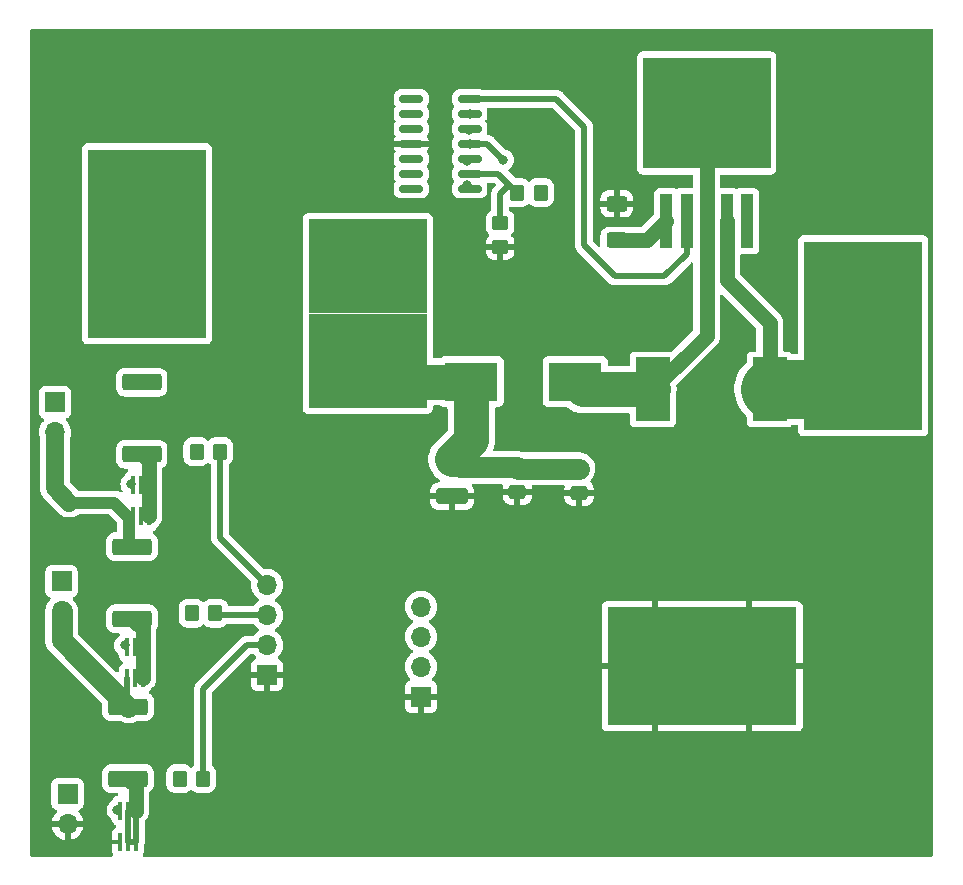
<source format=gbr>
%TF.GenerationSoftware,KiCad,Pcbnew,(6.0.2)*%
%TF.CreationDate,2022-03-20T03:32:58-07:00*%
%TF.ProjectId,ChargerPOC,43686172-6765-4725-904f-432e6b696361,rev?*%
%TF.SameCoordinates,Original*%
%TF.FileFunction,Copper,L1,Top*%
%TF.FilePolarity,Positive*%
%FSLAX46Y46*%
G04 Gerber Fmt 4.6, Leading zero omitted, Abs format (unit mm)*
G04 Created by KiCad (PCBNEW (6.0.2)) date 2022-03-20 03:32:58*
%MOMM*%
%LPD*%
G01*
G04 APERTURE LIST*
G04 Aperture macros list*
%AMRoundRect*
0 Rectangle with rounded corners*
0 $1 Rounding radius*
0 $2 $3 $4 $5 $6 $7 $8 $9 X,Y pos of 4 corners*
0 Add a 4 corners polygon primitive as box body*
4,1,4,$2,$3,$4,$5,$6,$7,$8,$9,$2,$3,0*
0 Add four circle primitives for the rounded corners*
1,1,$1+$1,$2,$3*
1,1,$1+$1,$4,$5*
1,1,$1+$1,$6,$7*
1,1,$1+$1,$8,$9*
0 Add four rect primitives between the rounded corners*
20,1,$1+$1,$2,$3,$4,$5,0*
20,1,$1+$1,$4,$5,$6,$7,0*
20,1,$1+$1,$6,$7,$8,$9,0*
20,1,$1+$1,$8,$9,$2,$3,0*%
G04 Aperture macros list end*
%TA.AperFunction,ComponentPad*%
%ADD10R,10.000000X8.000000*%
%TD*%
%TA.AperFunction,ComponentPad*%
%ADD11R,1.700000X1.700000*%
%TD*%
%TA.AperFunction,ComponentPad*%
%ADD12O,1.700000X1.700000*%
%TD*%
%TA.AperFunction,ComponentPad*%
%ADD13R,8.000000X10.000000*%
%TD*%
%TA.AperFunction,SMDPad,CuDef*%
%ADD14RoundRect,0.150000X0.825000X0.150000X-0.825000X0.150000X-0.825000X-0.150000X0.825000X-0.150000X0*%
%TD*%
%TA.AperFunction,SMDPad,CuDef*%
%ADD15RoundRect,0.250000X-0.450000X0.350000X-0.450000X-0.350000X0.450000X-0.350000X0.450000X0.350000X0*%
%TD*%
%TA.AperFunction,SMDPad,CuDef*%
%ADD16RoundRect,0.250000X-0.350000X-0.450000X0.350000X-0.450000X0.350000X0.450000X-0.350000X0.450000X0*%
%TD*%
%TA.AperFunction,SMDPad,CuDef*%
%ADD17RoundRect,0.249999X-1.425001X0.450001X-1.425001X-0.450001X1.425001X-0.450001X1.425001X0.450001X0*%
%TD*%
%TA.AperFunction,SMDPad,CuDef*%
%ADD18R,1.100000X4.600000*%
%TD*%
%TA.AperFunction,SMDPad,CuDef*%
%ADD19R,10.800000X9.400000*%
%TD*%
%TA.AperFunction,SMDPad,CuDef*%
%ADD20R,0.400000X1.500000*%
%TD*%
%TA.AperFunction,SMDPad,CuDef*%
%ADD21R,2.900000X5.400000*%
%TD*%
%TA.AperFunction,SMDPad,CuDef*%
%ADD22RoundRect,0.250000X-1.100000X0.412500X-1.100000X-0.412500X1.100000X-0.412500X1.100000X0.412500X0*%
%TD*%
%TA.AperFunction,SMDPad,CuDef*%
%ADD23RoundRect,0.250000X-0.475000X0.337500X-0.475000X-0.337500X0.475000X-0.337500X0.475000X0.337500X0*%
%TD*%
%TA.AperFunction,SMDPad,CuDef*%
%ADD24R,4.500000X3.300000*%
%TD*%
%TA.AperFunction,SMDPad,CuDef*%
%ADD25RoundRect,0.250000X0.625000X-0.400000X0.625000X0.400000X-0.625000X0.400000X-0.625000X-0.400000X0*%
%TD*%
%TA.AperFunction,ViaPad*%
%ADD26C,0.800000*%
%TD*%
%TA.AperFunction,Conductor*%
%ADD27C,0.500000*%
%TD*%
%TA.AperFunction,Conductor*%
%ADD28C,1.750000*%
%TD*%
%TA.AperFunction,Conductor*%
%ADD29C,1.500000*%
%TD*%
%TA.AperFunction,Conductor*%
%ADD30C,1.000000*%
%TD*%
%TA.AperFunction,Conductor*%
%ADD31C,1.250000*%
%TD*%
%TA.AperFunction,Conductor*%
%ADD32C,3.000000*%
%TD*%
%TA.AperFunction,Conductor*%
%ADD33C,5.000000*%
%TD*%
G04 APERTURE END LIST*
D10*
%TO.P,J5,1,Pin_1*%
%TO.N,Net-(BT1-Pad1)*%
X33248600Y-74422000D03*
X33248600Y-82422000D03*
%TD*%
%TO.P,J4,1,Pin_1*%
%TO.N,+BATT*%
X51943000Y-80334000D03*
X51943000Y-88334000D03*
%TD*%
D11*
%TO.P,J3,1,Pin_1*%
%TO.N,GND*%
X56438800Y-116763800D03*
D12*
%TO.P,J3,2,Pin_2*%
%TO.N,Net-(J3-Pad2)*%
X56438800Y-114223800D03*
%TO.P,J3,3,Pin_3*%
%TO.N,Net-(J3-Pad3)*%
X56438800Y-111683800D03*
%TO.P,J3,4,Pin_4*%
%TO.N,Net-(J3-Pad4)*%
X56438800Y-109143800D03*
%TD*%
D11*
%TO.P,J2,1,Pin_1*%
%TO.N,GND*%
X43408600Y-114925000D03*
D12*
%TO.P,J2,2,Pin_2*%
%TO.N,Net-(J2-Pad2)*%
X43408600Y-112385000D03*
%TO.P,J2,3,Pin_3*%
%TO.N,Net-(J2-Pad3)*%
X43408600Y-109845000D03*
%TO.P,J2,4,Pin_4*%
%TO.N,Net-(J2-Pad4)*%
X43408600Y-107305000D03*
%TD*%
D10*
%TO.P,J1,1,Pin_1*%
%TO.N,VBUS*%
X93903800Y-82219800D03*
X93903800Y-90219800D03*
%TD*%
D13*
%TO.P,J6,1,Pin_1*%
%TO.N,GND*%
X84251800Y-114198400D03*
X76251800Y-114198400D03*
%TD*%
D14*
%TO.P,U10,1*%
%TO.N,Net-(R18-Pad2)*%
X60564800Y-73752200D03*
%TO.P,U10,2,-*%
%TO.N,Net-(R15-Pad1)*%
X60564800Y-72482200D03*
%TO.P,U10,3,+*%
%TO.N,Net-(R16-Pad1)*%
X60564800Y-71212200D03*
%TO.P,U10,4,V+*%
%TO.N,VBUS*%
X60564800Y-69942200D03*
%TO.P,U10,5,+*%
%TO.N,Net-(R11-Pad2)*%
X60564800Y-68672200D03*
%TO.P,U10,6,-*%
%TO.N,Net-(R10-Pad1)*%
X60564800Y-67402200D03*
%TO.P,U10,7*%
%TO.N,Net-(U10-Pad7)*%
X60564800Y-66132200D03*
%TO.P,U10,8*%
%TO.N,N/C*%
X55614800Y-66132200D03*
%TO.P,U10,9*%
X55614800Y-67402200D03*
%TO.P,U10,10*%
X55614800Y-68672200D03*
%TO.P,U10,11,V-*%
%TO.N,GND*%
X55614800Y-69942200D03*
%TO.P,U10,12*%
%TO.N,N/C*%
X55614800Y-71212200D03*
%TO.P,U10,13*%
X55614800Y-72482200D03*
%TO.P,U10,14*%
X55614800Y-73752200D03*
%TD*%
D15*
%TO.P,R17,1*%
%TO.N,Net-(R15-Pad1)*%
X63144400Y-76673200D03*
%TO.P,R17,2*%
%TO.N,GND*%
X63144400Y-78673200D03*
%TD*%
D16*
%TO.P,R15,1*%
%TO.N,Net-(R15-Pad1)*%
X64592200Y-74082400D03*
%TO.P,R15,2*%
%TO.N,Net-(R14-Pad1)*%
X66592200Y-74082400D03*
%TD*%
%TO.P,R6,1*%
%TO.N,Net-(R6-Pad1)*%
X35998400Y-123698000D03*
%TO.P,R6,2*%
%TO.N,Net-(J2-Pad2)*%
X37998400Y-123698000D03*
%TD*%
%TO.P,R5,1*%
%TO.N,Net-(R5-Pad1)*%
X37033200Y-109702600D03*
%TO.P,R5,2*%
%TO.N,Net-(J2-Pad3)*%
X39033200Y-109702600D03*
%TD*%
%TO.P,R4,1*%
%TO.N,Net-(R4-Pad1)*%
X37439600Y-96012000D03*
%TO.P,R4,2*%
%TO.N,Net-(J2-Pad4)*%
X39439600Y-96012000D03*
%TD*%
D11*
%TO.P,BT3,1,+*%
%TO.N,Net-(BT2-Pad2)*%
X26517600Y-125013800D03*
D12*
%TO.P,BT3,2,-*%
%TO.N,GND*%
X26517600Y-127553800D03*
%TD*%
D11*
%TO.P,BT2,1,+*%
%TO.N,Net-(BT1-Pad2)*%
X26009600Y-106995200D03*
D12*
%TO.P,BT2,2,-*%
%TO.N,Net-(BT2-Pad2)*%
X26009600Y-109535200D03*
%TD*%
D11*
%TO.P,BT1,1,+*%
%TO.N,Net-(BT1-Pad1)*%
X25450800Y-91846400D03*
D12*
%TO.P,BT1,2,-*%
%TO.N,Net-(BT1-Pad2)*%
X25450800Y-94386400D03*
%TD*%
D17*
%TO.P,R2,1*%
%TO.N,Net-(BT1-Pad2)*%
X31978600Y-104063800D03*
%TO.P,R2,2*%
%TO.N,Net-(R2-Pad2)*%
X31978600Y-110163800D03*
%TD*%
D18*
%TO.P,U11,1,GND*%
%TO.N,Net-(R14-Pad1)*%
X77226000Y-76497400D03*
%TO.P,U11,2,EN*%
%TO.N,Net-(U10-Pad7)*%
X78926000Y-76497400D03*
%TO.P,U11,3,SW*%
%TO.N,Net-(D3-Pad2)*%
X80626000Y-76497400D03*
D19*
X80626000Y-67347400D03*
D18*
%TO.P,U11,4,VIN*%
%TO.N,VBUS*%
X82326000Y-76497400D03*
%TO.P,U11,5,FB*%
%TO.N,Net-(R18-Pad2)*%
X84026000Y-76497400D03*
%TD*%
D20*
%TO.P,U3,1,D*%
%TO.N,Net-(R3-Pad2)*%
X32283400Y-126415800D03*
%TO.P,U3,2,D*%
X31633400Y-126415800D03*
%TO.P,U3,3,G*%
%TO.N,Net-(U3-Pad3)*%
X30983400Y-126415800D03*
%TO.P,U3,4,S*%
%TO.N,GND*%
X30983400Y-129075800D03*
%TO.P,U3,5,D*%
%TO.N,Net-(R3-Pad2)*%
X31633400Y-129075800D03*
%TO.P,U3,6,D*%
X32283400Y-129075800D03*
%TD*%
D21*
%TO.P,L1,1,1*%
%TO.N,VBUS*%
X85976000Y-90754200D03*
%TO.P,L1,2,2*%
%TO.N,Net-(D3-Pad2)*%
X76076000Y-90754200D03*
%TD*%
D22*
%TO.P,C3,1*%
%TO.N,+BATT*%
X59080400Y-96672400D03*
%TO.P,C3,2*%
%TO.N,GND*%
X59080400Y-99797400D03*
%TD*%
D20*
%TO.P,U2,1,D*%
%TO.N,Net-(R2-Pad2)*%
X32882600Y-112547400D03*
%TO.P,U2,2,D*%
X32232600Y-112547400D03*
%TO.P,U2,3,G*%
%TO.N,Net-(U2-Pad3)*%
X31582600Y-112547400D03*
%TO.P,U2,4,S*%
%TO.N,Net-(BT2-Pad2)*%
X31582600Y-115207400D03*
%TO.P,U2,5,D*%
%TO.N,Net-(R2-Pad2)*%
X32232600Y-115207400D03*
%TO.P,U2,6,D*%
X32882600Y-115207400D03*
%TD*%
D23*
%TO.P,C4,1*%
%TO.N,+BATT*%
X64592200Y-97358200D03*
%TO.P,C4,2*%
%TO.N,GND*%
X64592200Y-99433200D03*
%TD*%
%TO.P,C5,1*%
%TO.N,+BATT*%
X69824600Y-97459800D03*
%TO.P,C5,2*%
%TO.N,GND*%
X69824600Y-99534800D03*
%TD*%
D20*
%TO.P,U1,1,D*%
%TO.N,Net-(R1-Pad2)*%
X33390600Y-98847600D03*
%TO.P,U1,2,D*%
X32740600Y-98847600D03*
%TO.P,U1,3,G*%
%TO.N,Net-(U1-Pad3)*%
X32090600Y-98847600D03*
%TO.P,U1,4,S*%
%TO.N,Net-(BT1-Pad2)*%
X32090600Y-101507600D03*
%TO.P,U1,5,D*%
%TO.N,Net-(R1-Pad2)*%
X32740600Y-101507600D03*
%TO.P,U1,6,D*%
X33390600Y-101507600D03*
%TD*%
D17*
%TO.P,R3,1*%
%TO.N,Net-(BT2-Pad2)*%
X31648400Y-117602000D03*
%TO.P,R3,2*%
%TO.N,Net-(R3-Pad2)*%
X31648400Y-123702000D03*
%TD*%
%TO.P,R1,1*%
%TO.N,Net-(BT1-Pad1)*%
X32791400Y-90144600D03*
%TO.P,R1,2*%
%TO.N,Net-(R1-Pad2)*%
X32791400Y-96244600D03*
%TD*%
D24*
%TO.P,D3,1,K*%
%TO.N,+BATT*%
X60700200Y-90093800D03*
%TO.P,D3,2,A*%
%TO.N,Net-(D3-Pad2)*%
X69500200Y-90093800D03*
%TD*%
D25*
%TO.P,R14,1*%
%TO.N,Net-(R14-Pad1)*%
X73025000Y-78131600D03*
%TO.P,R14,2*%
%TO.N,GND*%
X73025000Y-75031600D03*
%TD*%
D26*
%TO.N,Net-(U1-Pad3)*%
X31902400Y-98755200D03*
%TO.N,GND*%
X74930000Y-124460000D03*
X95250000Y-105410000D03*
X95250000Y-105410000D03*
X63500000Y-124460000D03*
X64770000Y-113030000D03*
X88900000Y-101600000D03*
X78740000Y-102870000D03*
X41910000Y-73660000D03*
X40640000Y-64770000D03*
X49530000Y-68580000D03*
X49530000Y-71120000D03*
%TO.N,Net-(U3-Pad3)*%
X30734000Y-126365000D03*
%TO.N,Net-(U2-Pad3)*%
X31369000Y-112420400D03*
%TO.N,Net-(BT2-Pad2)*%
X31648400Y-117602000D03*
%TO.N,Net-(BT1-Pad2)*%
X31978600Y-104063800D03*
%TO.N,Net-(BT1-Pad1)*%
X32791400Y-90144600D03*
%TO.N,Net-(R4-Pad1)*%
X37490400Y-96088200D03*
%TO.N,Net-(R5-Pad1)*%
X36957000Y-109829600D03*
%TO.N,Net-(R6-Pad1)*%
X35941000Y-123825000D03*
%TO.N,Net-(R10-Pad1)*%
X60564800Y-67402200D03*
%TO.N,Net-(R11-Pad2)*%
X60532919Y-68773562D03*
%TO.N,VBUS*%
X60564800Y-69942200D03*
%TO.N,Net-(R14-Pad1)*%
X73025000Y-78131600D03*
X66624200Y-74015600D03*
%TO.N,VBUS*%
X82326000Y-76497400D03*
X63423800Y-71323200D03*
%TO.N,Net-(R16-Pad1)*%
X60375800Y-71424800D03*
%TO.N,Net-(R18-Pad2)*%
X60333000Y-73448800D03*
X83921600Y-76479400D03*
%TD*%
D27*
%TO.N,Net-(BT2-Pad2)*%
X31582600Y-117536200D02*
X31582600Y-115207400D01*
X31648400Y-117602000D02*
X31582600Y-117536200D01*
D28*
X26009600Y-111963200D02*
X31648400Y-117602000D01*
X26009600Y-109535200D02*
X26009600Y-111963200D01*
D29*
%TO.N,Net-(BT1-Pad2)*%
X25450800Y-99110800D02*
X26670000Y-100330000D01*
X25450800Y-94386400D02*
X25450800Y-99110800D01*
D30*
X31750000Y-101600000D02*
X30480000Y-100330000D01*
X30480000Y-100330000D02*
X26670000Y-100330000D01*
X31978600Y-104063800D02*
X31750000Y-103835200D01*
X31750000Y-103835200D02*
X31750000Y-101600000D01*
D27*
%TO.N,Net-(J2-Pad4)*%
X39439600Y-103336000D02*
X39439600Y-96012000D01*
X43408600Y-107305000D02*
X39439600Y-103336000D01*
%TO.N,Net-(J2-Pad3)*%
X39175600Y-109845000D02*
X39033200Y-109702600D01*
X43408600Y-109845000D02*
X39175600Y-109845000D01*
%TO.N,Net-(J2-Pad2)*%
X37998400Y-116103400D02*
X41716800Y-112385000D01*
X37998400Y-123698000D02*
X37998400Y-116103400D01*
X41716800Y-112385000D02*
X43408600Y-112385000D01*
D31*
%TO.N,Net-(R1-Pad2)*%
X33390600Y-96843800D02*
X32791400Y-96244600D01*
X33390600Y-98847600D02*
X33390600Y-96843800D01*
X33390600Y-101507600D02*
X33390600Y-98847600D01*
%TO.N,Net-(R2-Pad2)*%
X32882600Y-112547400D02*
X32882600Y-115207400D01*
X32882600Y-111067800D02*
X31978600Y-110163800D01*
X32882600Y-112547400D02*
X32882600Y-111067800D01*
%TO.N,Net-(R3-Pad2)*%
X32283400Y-124337000D02*
X31648400Y-123702000D01*
X32283400Y-126415800D02*
X32283400Y-124337000D01*
D27*
X31633400Y-129075800D02*
X32283400Y-129075800D01*
X32283400Y-126415800D02*
X31633400Y-126415800D01*
X32283400Y-129075800D02*
X32283400Y-126415800D01*
X31633400Y-129075800D02*
X31633400Y-126415800D01*
D32*
%TO.N,+BATT*%
X60700200Y-95052600D02*
X59080400Y-96672400D01*
X60700200Y-90093800D02*
X60700200Y-95052600D01*
D28*
X59766200Y-97358200D02*
X59080400Y-96672400D01*
X64592200Y-97358200D02*
X59766200Y-97358200D01*
X64693800Y-97459800D02*
X64592200Y-97358200D01*
X69824600Y-97459800D02*
X64693800Y-97459800D01*
D32*
X53702800Y-90093800D02*
X51943000Y-88334000D01*
X60700200Y-90093800D02*
X53702800Y-90093800D01*
%TO.N,Net-(D3-Pad2)*%
X70160600Y-90754200D02*
X69500200Y-90093800D01*
X76076000Y-90754200D02*
X70160600Y-90754200D01*
D27*
%TO.N,Net-(R14-Pad1)*%
X66592200Y-74047600D02*
X66624200Y-74015600D01*
X66592200Y-74082400D02*
X66592200Y-74047600D01*
%TO.N,VBUS*%
X62042800Y-69942200D02*
X63423800Y-71323200D01*
X60564800Y-69942200D02*
X62042800Y-69942200D01*
%TO.N,Net-(R15-Pad1)*%
X63144400Y-74218800D02*
X63936500Y-73426700D01*
X63144400Y-76673200D02*
X63144400Y-74218800D01*
X63936500Y-73426700D02*
X64592200Y-74082400D01*
X62992000Y-72482200D02*
X63936500Y-73426700D01*
X60564800Y-72482200D02*
X62992000Y-72482200D01*
%TO.N,Net-(R18-Pad2)*%
X83939600Y-76497400D02*
X83921600Y-76479400D01*
X84026000Y-76497400D02*
X83939600Y-76497400D01*
%TO.N,Net-(U10-Pad7)*%
X72872600Y-81178400D02*
X70256400Y-78562200D01*
X77044022Y-81178400D02*
X72872600Y-81178400D01*
X70256400Y-78562200D02*
X70256400Y-68503800D01*
X70256400Y-68503800D02*
X67884800Y-66132200D01*
X78926000Y-79296422D02*
X77044022Y-81178400D01*
X78926000Y-76497400D02*
X78926000Y-79296422D01*
X67884800Y-66132200D02*
X60564800Y-66132200D01*
D31*
%TO.N,Net-(R14-Pad1)*%
X75618400Y-78105000D02*
X77226000Y-76497400D01*
X72821800Y-78105000D02*
X75618400Y-78105000D01*
%TO.N,Net-(D3-Pad2)*%
X80626000Y-76497400D02*
X80626000Y-67347400D01*
D33*
%TO.N,VBUS*%
X93369400Y-90754200D02*
X93903800Y-90219800D01*
X85976000Y-90754200D02*
X93369400Y-90754200D01*
D31*
X85976000Y-85163200D02*
X82326000Y-81513200D01*
X85976000Y-90754200D02*
X85976000Y-85163200D01*
X82326000Y-81513200D02*
X82326000Y-76497400D01*
%TO.N,Net-(D3-Pad2)*%
X80626000Y-86204200D02*
X80626000Y-76497400D01*
X76076000Y-90754200D02*
X80626000Y-86204200D01*
%TD*%
%TA.AperFunction,Conductor*%
%TO.N,GND*%
G36*
X99764121Y-60218002D02*
G01*
X99810614Y-60271658D01*
X99822000Y-60324000D01*
X99822000Y-130176000D01*
X99801998Y-130244121D01*
X99748342Y-130290614D01*
X99696000Y-130302000D01*
X33013909Y-130302000D01*
X32945788Y-130281998D01*
X32899295Y-130228342D01*
X32889191Y-130158068D01*
X32913082Y-130100436D01*
X32928629Y-130079691D01*
X32934015Y-130072505D01*
X32985145Y-129936116D01*
X32991900Y-129873934D01*
X32991900Y-129381775D01*
X32998999Y-129342326D01*
X32999169Y-129341992D01*
X33014508Y-129279305D01*
X33016291Y-129272788D01*
X33034995Y-129211033D01*
X33035583Y-129201554D01*
X33038951Y-129179417D01*
X33039874Y-129175646D01*
X33039876Y-129175634D01*
X33041208Y-129170190D01*
X33041900Y-129159036D01*
X33041900Y-129103635D01*
X33042142Y-129095833D01*
X33045947Y-129034502D01*
X33043720Y-129021540D01*
X33041900Y-129000204D01*
X33041900Y-127313220D01*
X33061902Y-127245099D01*
X33076882Y-127226089D01*
X33172845Y-127125845D01*
X33176990Y-127121515D01*
X33294316Y-126939809D01*
X33375166Y-126739196D01*
X33376314Y-126733315D01*
X33376316Y-126733310D01*
X33415754Y-126531359D01*
X33415754Y-126531356D01*
X33416622Y-126526913D01*
X33416900Y-126521229D01*
X33416900Y-124901653D01*
X33436902Y-124833532D01*
X33476598Y-124794508D01*
X33541524Y-124754331D01*
X33541523Y-124754331D01*
X33547749Y-124750479D01*
X33672706Y-124625303D01*
X33765515Y-124474739D01*
X33821197Y-124306862D01*
X33831900Y-124202401D01*
X33831900Y-124198400D01*
X34889900Y-124198400D01*
X34890237Y-124201646D01*
X34890237Y-124201650D01*
X34890653Y-124205653D01*
X34900874Y-124304166D01*
X34956850Y-124471946D01*
X35049922Y-124622348D01*
X35175097Y-124747305D01*
X35181327Y-124751145D01*
X35181328Y-124751146D01*
X35318490Y-124835694D01*
X35325662Y-124840115D01*
X35405405Y-124866564D01*
X35487011Y-124893632D01*
X35487013Y-124893632D01*
X35493539Y-124895797D01*
X35500375Y-124896497D01*
X35500378Y-124896498D01*
X35543431Y-124900909D01*
X35598000Y-124906500D01*
X36398800Y-124906500D01*
X36402046Y-124906163D01*
X36402050Y-124906163D01*
X36497708Y-124896238D01*
X36497712Y-124896237D01*
X36504566Y-124895526D01*
X36511102Y-124893345D01*
X36511104Y-124893345D01*
X36658663Y-124844115D01*
X36672346Y-124839550D01*
X36822748Y-124746478D01*
X36909184Y-124659891D01*
X36971466Y-124625812D01*
X37042286Y-124630815D01*
X37087376Y-124659736D01*
X37175097Y-124747305D01*
X37181327Y-124751145D01*
X37181328Y-124751146D01*
X37318490Y-124835694D01*
X37325662Y-124840115D01*
X37405405Y-124866564D01*
X37487011Y-124893632D01*
X37487013Y-124893632D01*
X37493539Y-124895797D01*
X37500375Y-124896497D01*
X37500378Y-124896498D01*
X37543431Y-124900909D01*
X37598000Y-124906500D01*
X38398800Y-124906500D01*
X38402046Y-124906163D01*
X38402050Y-124906163D01*
X38497708Y-124896238D01*
X38497712Y-124896237D01*
X38504566Y-124895526D01*
X38511102Y-124893345D01*
X38511104Y-124893345D01*
X38658663Y-124844115D01*
X38672346Y-124839550D01*
X38822748Y-124746478D01*
X38947705Y-124621303D01*
X39033469Y-124482169D01*
X39036675Y-124476968D01*
X39036676Y-124476966D01*
X39040515Y-124470738D01*
X39096197Y-124302861D01*
X39106900Y-124198400D01*
X39106900Y-123197600D01*
X39097186Y-123103977D01*
X39096638Y-123098692D01*
X39096637Y-123098688D01*
X39095926Y-123091834D01*
X39039950Y-122924054D01*
X38946878Y-122773652D01*
X38821703Y-122648695D01*
X38815472Y-122644854D01*
X38809727Y-122640317D01*
X38810777Y-122638987D01*
X38769292Y-122592893D01*
X38756900Y-122538403D01*
X38756900Y-119243069D01*
X71743801Y-119243069D01*
X71744171Y-119249890D01*
X71749695Y-119300752D01*
X71753321Y-119316004D01*
X71798476Y-119436454D01*
X71807014Y-119452049D01*
X71883515Y-119554124D01*
X71896076Y-119566685D01*
X71998151Y-119643186D01*
X72013746Y-119651724D01*
X72134194Y-119696878D01*
X72149449Y-119700505D01*
X72200314Y-119706031D01*
X72207128Y-119706400D01*
X75979685Y-119706400D01*
X75994924Y-119701925D01*
X75996129Y-119700535D01*
X75997800Y-119692852D01*
X75997800Y-119688284D01*
X76505800Y-119688284D01*
X76510275Y-119703523D01*
X76511665Y-119704728D01*
X76519348Y-119706399D01*
X80203693Y-119706399D01*
X80203729Y-119706400D01*
X83979685Y-119706400D01*
X83994924Y-119701925D01*
X83996129Y-119700535D01*
X83997800Y-119692852D01*
X83997800Y-119688284D01*
X84505800Y-119688284D01*
X84510275Y-119703523D01*
X84511665Y-119704728D01*
X84519348Y-119706399D01*
X88296469Y-119706399D01*
X88303290Y-119706029D01*
X88354152Y-119700505D01*
X88369404Y-119696879D01*
X88489854Y-119651724D01*
X88505449Y-119643186D01*
X88607524Y-119566685D01*
X88620085Y-119554124D01*
X88696586Y-119452049D01*
X88705124Y-119436454D01*
X88750278Y-119316006D01*
X88753905Y-119300751D01*
X88759431Y-119249886D01*
X88759800Y-119243072D01*
X88759800Y-114470515D01*
X88755325Y-114455276D01*
X88753935Y-114454071D01*
X88746252Y-114452400D01*
X84523915Y-114452400D01*
X84508676Y-114456875D01*
X84507471Y-114458265D01*
X84505800Y-114465948D01*
X84505800Y-119688284D01*
X83997800Y-119688284D01*
X83997800Y-114470515D01*
X83993325Y-114455276D01*
X83991935Y-114454071D01*
X83984252Y-114452400D01*
X76523915Y-114452400D01*
X76508676Y-114456875D01*
X76507471Y-114458265D01*
X76505800Y-114465948D01*
X76505800Y-119688284D01*
X75997800Y-119688284D01*
X75997800Y-114470515D01*
X75993325Y-114455276D01*
X75991935Y-114454071D01*
X75984252Y-114452400D01*
X71761916Y-114452400D01*
X71746677Y-114456875D01*
X71745472Y-114458265D01*
X71743801Y-114465948D01*
X71743801Y-119243069D01*
X38756900Y-119243069D01*
X38756900Y-117658469D01*
X55080801Y-117658469D01*
X55081171Y-117665290D01*
X55086695Y-117716152D01*
X55090321Y-117731404D01*
X55135476Y-117851854D01*
X55144014Y-117867449D01*
X55220515Y-117969524D01*
X55233076Y-117982085D01*
X55335151Y-118058586D01*
X55350746Y-118067124D01*
X55471194Y-118112278D01*
X55486449Y-118115905D01*
X55537314Y-118121431D01*
X55544128Y-118121800D01*
X56166685Y-118121800D01*
X56181924Y-118117325D01*
X56183129Y-118115935D01*
X56184800Y-118108252D01*
X56184800Y-118103684D01*
X56692800Y-118103684D01*
X56697275Y-118118923D01*
X56698665Y-118120128D01*
X56706348Y-118121799D01*
X57333469Y-118121799D01*
X57340290Y-118121429D01*
X57391152Y-118115905D01*
X57406404Y-118112279D01*
X57526854Y-118067124D01*
X57542449Y-118058586D01*
X57644524Y-117982085D01*
X57657085Y-117969524D01*
X57733586Y-117867449D01*
X57742124Y-117851854D01*
X57787278Y-117731406D01*
X57790905Y-117716151D01*
X57796431Y-117665286D01*
X57796800Y-117658472D01*
X57796800Y-117035915D01*
X57792325Y-117020676D01*
X57790935Y-117019471D01*
X57783252Y-117017800D01*
X56710915Y-117017800D01*
X56695676Y-117022275D01*
X56694471Y-117023665D01*
X56692800Y-117031348D01*
X56692800Y-118103684D01*
X56184800Y-118103684D01*
X56184800Y-117035915D01*
X56180325Y-117020676D01*
X56178935Y-117019471D01*
X56171252Y-117017800D01*
X55098916Y-117017800D01*
X55083677Y-117022275D01*
X55082472Y-117023665D01*
X55080801Y-117031348D01*
X55080801Y-117658469D01*
X38756900Y-117658469D01*
X38756900Y-116469771D01*
X38776902Y-116401650D01*
X38793805Y-116380676D01*
X39354812Y-115819669D01*
X42050601Y-115819669D01*
X42050971Y-115826490D01*
X42056495Y-115877352D01*
X42060121Y-115892604D01*
X42105276Y-116013054D01*
X42113814Y-116028649D01*
X42190315Y-116130724D01*
X42202876Y-116143285D01*
X42304951Y-116219786D01*
X42320546Y-116228324D01*
X42440994Y-116273478D01*
X42456249Y-116277105D01*
X42507114Y-116282631D01*
X42513928Y-116283000D01*
X43136485Y-116283000D01*
X43151724Y-116278525D01*
X43152929Y-116277135D01*
X43154600Y-116269452D01*
X43154600Y-116264884D01*
X43662600Y-116264884D01*
X43667075Y-116280123D01*
X43668465Y-116281328D01*
X43676148Y-116282999D01*
X44303269Y-116282999D01*
X44310090Y-116282629D01*
X44360952Y-116277105D01*
X44376204Y-116273479D01*
X44496654Y-116228324D01*
X44512249Y-116219786D01*
X44614324Y-116143285D01*
X44626885Y-116130724D01*
X44703386Y-116028649D01*
X44711924Y-116013054D01*
X44757078Y-115892606D01*
X44760705Y-115877351D01*
X44766231Y-115826486D01*
X44766600Y-115819672D01*
X44766600Y-115197115D01*
X44762125Y-115181876D01*
X44760735Y-115180671D01*
X44753052Y-115179000D01*
X43680715Y-115179000D01*
X43665476Y-115183475D01*
X43664271Y-115184865D01*
X43662600Y-115192548D01*
X43662600Y-116264884D01*
X43154600Y-116264884D01*
X43154600Y-115197115D01*
X43150125Y-115181876D01*
X43148735Y-115180671D01*
X43141052Y-115179000D01*
X42068716Y-115179000D01*
X42053477Y-115183475D01*
X42052272Y-115184865D01*
X42050601Y-115192548D01*
X42050601Y-115819669D01*
X39354812Y-115819669D01*
X41994076Y-113180405D01*
X42056388Y-113146379D01*
X42083171Y-113143500D01*
X42211091Y-113143500D01*
X42279212Y-113163502D01*
X42308002Y-113190595D01*
X42308587Y-113190088D01*
X42454850Y-113358938D01*
X42458825Y-113362238D01*
X42458831Y-113362244D01*
X42464025Y-113366556D01*
X42503659Y-113425460D01*
X42505155Y-113496441D01*
X42468039Y-113556962D01*
X42427768Y-113581480D01*
X42320546Y-113621676D01*
X42304951Y-113630214D01*
X42202876Y-113706715D01*
X42190315Y-113719276D01*
X42113814Y-113821351D01*
X42105276Y-113836946D01*
X42060122Y-113957394D01*
X42056495Y-113972649D01*
X42050969Y-114023514D01*
X42050600Y-114030328D01*
X42050600Y-114652885D01*
X42055075Y-114668124D01*
X42056465Y-114669329D01*
X42064148Y-114671000D01*
X44748484Y-114671000D01*
X44763723Y-114666525D01*
X44764928Y-114665135D01*
X44766599Y-114657452D01*
X44766599Y-114190495D01*
X55076051Y-114190495D01*
X55076348Y-114195648D01*
X55076348Y-114195651D01*
X55081811Y-114290390D01*
X55088910Y-114413515D01*
X55090047Y-114418561D01*
X55090048Y-114418567D01*
X55109919Y-114506739D01*
X55138022Y-114631439D01*
X55222066Y-114838416D01*
X55338787Y-115028888D01*
X55485050Y-115197738D01*
X55489025Y-115201038D01*
X55489031Y-115201044D01*
X55494225Y-115205356D01*
X55533859Y-115264260D01*
X55535355Y-115335241D01*
X55498239Y-115395762D01*
X55457968Y-115420280D01*
X55350746Y-115460476D01*
X55335151Y-115469014D01*
X55233076Y-115545515D01*
X55220515Y-115558076D01*
X55144014Y-115660151D01*
X55135476Y-115675746D01*
X55090322Y-115796194D01*
X55086695Y-115811449D01*
X55081169Y-115862314D01*
X55080800Y-115869128D01*
X55080800Y-116491685D01*
X55085275Y-116506924D01*
X55086665Y-116508129D01*
X55094348Y-116509800D01*
X57778684Y-116509800D01*
X57793923Y-116505325D01*
X57795128Y-116503935D01*
X57796799Y-116496252D01*
X57796799Y-115869131D01*
X57796429Y-115862310D01*
X57790905Y-115811448D01*
X57787279Y-115796196D01*
X57742124Y-115675746D01*
X57733586Y-115660151D01*
X57657085Y-115558076D01*
X57644524Y-115545515D01*
X57542449Y-115469014D01*
X57526854Y-115460476D01*
X57416613Y-115419148D01*
X57359849Y-115376506D01*
X57335149Y-115309945D01*
X57350357Y-115240596D01*
X57371904Y-115211915D01*
X57473230Y-115110944D01*
X57473240Y-115110932D01*
X57476896Y-115107289D01*
X57536394Y-115024489D01*
X57604235Y-114930077D01*
X57607253Y-114925877D01*
X57706230Y-114725611D01*
X57771170Y-114511869D01*
X57800329Y-114290390D01*
X57801956Y-114223800D01*
X57783652Y-114001161D01*
X57764844Y-113926285D01*
X71743800Y-113926285D01*
X71748275Y-113941524D01*
X71749665Y-113942729D01*
X71757348Y-113944400D01*
X75979685Y-113944400D01*
X75994924Y-113939925D01*
X75996129Y-113938535D01*
X75997800Y-113930852D01*
X75997800Y-113926285D01*
X76505800Y-113926285D01*
X76510275Y-113941524D01*
X76511665Y-113942729D01*
X76519348Y-113944400D01*
X83979685Y-113944400D01*
X83994924Y-113939925D01*
X83996129Y-113938535D01*
X83997800Y-113930852D01*
X83997800Y-113926285D01*
X84505800Y-113926285D01*
X84510275Y-113941524D01*
X84511665Y-113942729D01*
X84519348Y-113944400D01*
X88741684Y-113944400D01*
X88756923Y-113939925D01*
X88758128Y-113938535D01*
X88759799Y-113930852D01*
X88759799Y-109153731D01*
X88759429Y-109146910D01*
X88753905Y-109096048D01*
X88750279Y-109080796D01*
X88705124Y-108960346D01*
X88696586Y-108944751D01*
X88620085Y-108842676D01*
X88607524Y-108830115D01*
X88505449Y-108753614D01*
X88489854Y-108745076D01*
X88369406Y-108699922D01*
X88354151Y-108696295D01*
X88303286Y-108690769D01*
X88296472Y-108690400D01*
X84523915Y-108690400D01*
X84508676Y-108694875D01*
X84507471Y-108696265D01*
X84505800Y-108703948D01*
X84505800Y-113926285D01*
X83997800Y-113926285D01*
X83997800Y-108708516D01*
X83993325Y-108693277D01*
X83991935Y-108692072D01*
X83984252Y-108690401D01*
X80299907Y-108690401D01*
X80299871Y-108690400D01*
X76523915Y-108690400D01*
X76508676Y-108694875D01*
X76507471Y-108696265D01*
X76505800Y-108703948D01*
X76505800Y-113926285D01*
X75997800Y-113926285D01*
X75997800Y-108708516D01*
X75993325Y-108693277D01*
X75991935Y-108692072D01*
X75984252Y-108690401D01*
X72207131Y-108690401D01*
X72200310Y-108690771D01*
X72149448Y-108696295D01*
X72134196Y-108699921D01*
X72013746Y-108745076D01*
X71998151Y-108753614D01*
X71896076Y-108830115D01*
X71883515Y-108842676D01*
X71807014Y-108944751D01*
X71798476Y-108960346D01*
X71753322Y-109080794D01*
X71749695Y-109096049D01*
X71744169Y-109146914D01*
X71743800Y-109153728D01*
X71743800Y-113926285D01*
X57764844Y-113926285D01*
X57729231Y-113784502D01*
X57640154Y-113579640D01*
X57586330Y-113496441D01*
X57521622Y-113396417D01*
X57521620Y-113396414D01*
X57518814Y-113392077D01*
X57368470Y-113226851D01*
X57364419Y-113223652D01*
X57364415Y-113223648D01*
X57197214Y-113091600D01*
X57197210Y-113091598D01*
X57193159Y-113088398D01*
X57151853Y-113065596D01*
X57101884Y-113015164D01*
X57087112Y-112945721D01*
X57112228Y-112879316D01*
X57139580Y-112852709D01*
X57183403Y-112821450D01*
X57318660Y-112724973D01*
X57476896Y-112567289D01*
X57496895Y-112539458D01*
X57604235Y-112390077D01*
X57607253Y-112385877D01*
X57684059Y-112230472D01*
X57703936Y-112190253D01*
X57703937Y-112190251D01*
X57706230Y-112185611D01*
X57749522Y-112043121D01*
X57769665Y-111976823D01*
X57769665Y-111976821D01*
X57771170Y-111971869D01*
X57800329Y-111750390D01*
X57800411Y-111747040D01*
X57801874Y-111687165D01*
X57801874Y-111687161D01*
X57801956Y-111683800D01*
X57783652Y-111461161D01*
X57729231Y-111244502D01*
X57640154Y-111039640D01*
X57550074Y-110900397D01*
X57521622Y-110856417D01*
X57521620Y-110856414D01*
X57518814Y-110852077D01*
X57368470Y-110686851D01*
X57364419Y-110683652D01*
X57364415Y-110683648D01*
X57197214Y-110551600D01*
X57197210Y-110551598D01*
X57193159Y-110548398D01*
X57151853Y-110525596D01*
X57101884Y-110475164D01*
X57087112Y-110405721D01*
X57112228Y-110339316D01*
X57139580Y-110312709D01*
X57183403Y-110281450D01*
X57318660Y-110184973D01*
X57476896Y-110027289D01*
X57536394Y-109944489D01*
X57604235Y-109850077D01*
X57607253Y-109845877D01*
X57706230Y-109645611D01*
X57771170Y-109431869D01*
X57800329Y-109210390D01*
X57801353Y-109168474D01*
X57801874Y-109147165D01*
X57801874Y-109147161D01*
X57801956Y-109143800D01*
X57783652Y-108921161D01*
X57729231Y-108704502D01*
X57640154Y-108499640D01*
X57540468Y-108345549D01*
X57521622Y-108316417D01*
X57521620Y-108316414D01*
X57518814Y-108312077D01*
X57368470Y-108146851D01*
X57364419Y-108143652D01*
X57364415Y-108143648D01*
X57197214Y-108011600D01*
X57197210Y-108011598D01*
X57193159Y-108008398D01*
X57182363Y-108002438D01*
X57097363Y-107955516D01*
X56997589Y-107900438D01*
X56992720Y-107898714D01*
X56992716Y-107898712D01*
X56791887Y-107827595D01*
X56791883Y-107827594D01*
X56787012Y-107825869D01*
X56781919Y-107824962D01*
X56781916Y-107824961D01*
X56572173Y-107787600D01*
X56572167Y-107787599D01*
X56567084Y-107786694D01*
X56493252Y-107785792D01*
X56348881Y-107784028D01*
X56348879Y-107784028D01*
X56343711Y-107783965D01*
X56122891Y-107817755D01*
X55910556Y-107887157D01*
X55712407Y-107990307D01*
X55708274Y-107993410D01*
X55708271Y-107993412D01*
X55567520Y-108099091D01*
X55533765Y-108124435D01*
X55379429Y-108285938D01*
X55376515Y-108290210D01*
X55376514Y-108290211D01*
X55364204Y-108308257D01*
X55253543Y-108470480D01*
X55212834Y-108558181D01*
X55164968Y-108661300D01*
X55159488Y-108673105D01*
X55099789Y-108888370D01*
X55076051Y-109110495D01*
X55076348Y-109115648D01*
X55076348Y-109115651D01*
X55081811Y-109210390D01*
X55088910Y-109333515D01*
X55090047Y-109338561D01*
X55090048Y-109338567D01*
X55106309Y-109410720D01*
X55138022Y-109551439D01*
X55222066Y-109758416D01*
X55338787Y-109948888D01*
X55485050Y-110117738D01*
X55656926Y-110260432D01*
X55727395Y-110301611D01*
X55730245Y-110303276D01*
X55778969Y-110354914D01*
X55792040Y-110424697D01*
X55765309Y-110490469D01*
X55724855Y-110523827D01*
X55712407Y-110530307D01*
X55708274Y-110533410D01*
X55708271Y-110533412D01*
X55583693Y-110626948D01*
X55533765Y-110664435D01*
X55379429Y-110825938D01*
X55376515Y-110830210D01*
X55376514Y-110830211D01*
X55328336Y-110900838D01*
X55253543Y-111010480D01*
X55228081Y-111065334D01*
X55176543Y-111176364D01*
X55159488Y-111213105D01*
X55099789Y-111428370D01*
X55076051Y-111650495D01*
X55076348Y-111655648D01*
X55076348Y-111655651D01*
X55087935Y-111856598D01*
X55088910Y-111873515D01*
X55090047Y-111878561D01*
X55090048Y-111878567D01*
X55104108Y-111940954D01*
X55138022Y-112091439D01*
X55222066Y-112298416D01*
X55224765Y-112302820D01*
X55310451Y-112442647D01*
X55338787Y-112488888D01*
X55485050Y-112657738D01*
X55656926Y-112800432D01*
X55705496Y-112828814D01*
X55730245Y-112843276D01*
X55778969Y-112894914D01*
X55792040Y-112964697D01*
X55765309Y-113030469D01*
X55724855Y-113063827D01*
X55712407Y-113070307D01*
X55708274Y-113073410D01*
X55708271Y-113073412D01*
X55552873Y-113190088D01*
X55533765Y-113204435D01*
X55530193Y-113208173D01*
X55398928Y-113345534D01*
X55379429Y-113365938D01*
X55253543Y-113550480D01*
X55237803Y-113584390D01*
X55161851Y-113748015D01*
X55159488Y-113753105D01*
X55099789Y-113968370D01*
X55076051Y-114190495D01*
X44766599Y-114190495D01*
X44766599Y-114030331D01*
X44766229Y-114023510D01*
X44760705Y-113972648D01*
X44757079Y-113957396D01*
X44711924Y-113836946D01*
X44703386Y-113821351D01*
X44626885Y-113719276D01*
X44614324Y-113706715D01*
X44512249Y-113630214D01*
X44496654Y-113621676D01*
X44386413Y-113580348D01*
X44329649Y-113537706D01*
X44304949Y-113471145D01*
X44320157Y-113401796D01*
X44341704Y-113373115D01*
X44443030Y-113272144D01*
X44443040Y-113272132D01*
X44446696Y-113268489D01*
X44507550Y-113183802D01*
X44574035Y-113091277D01*
X44577053Y-113087077D01*
X44612595Y-113015164D01*
X44673736Y-112891453D01*
X44673737Y-112891451D01*
X44676030Y-112886811D01*
X44719657Y-112743217D01*
X44739465Y-112678023D01*
X44739465Y-112678021D01*
X44740970Y-112673069D01*
X44770129Y-112451590D01*
X44770919Y-112419245D01*
X44771674Y-112388365D01*
X44771674Y-112388361D01*
X44771756Y-112385000D01*
X44753452Y-112162361D01*
X44699031Y-111945702D01*
X44609954Y-111740840D01*
X44551507Y-111650495D01*
X44491422Y-111557617D01*
X44491420Y-111557614D01*
X44488614Y-111553277D01*
X44338270Y-111388051D01*
X44334219Y-111384852D01*
X44334215Y-111384848D01*
X44167014Y-111252800D01*
X44167010Y-111252798D01*
X44162959Y-111249598D01*
X44121653Y-111226796D01*
X44071684Y-111176364D01*
X44056912Y-111106921D01*
X44082028Y-111040516D01*
X44109380Y-111013909D01*
X44153203Y-110982650D01*
X44288460Y-110886173D01*
X44322676Y-110852077D01*
X44398504Y-110776513D01*
X44446696Y-110728489D01*
X44577053Y-110547077D01*
X44608833Y-110482776D01*
X44673736Y-110351453D01*
X44673737Y-110351451D01*
X44676030Y-110346811D01*
X44720716Y-110199734D01*
X44739465Y-110138023D01*
X44739465Y-110138021D01*
X44740970Y-110133069D01*
X44770129Y-109911590D01*
X44771756Y-109845000D01*
X44753452Y-109622361D01*
X44699031Y-109405702D01*
X44609954Y-109200840D01*
X44551507Y-109110495D01*
X44491422Y-109017617D01*
X44491420Y-109017614D01*
X44488614Y-109013277D01*
X44338270Y-108848051D01*
X44334219Y-108844852D01*
X44334215Y-108844848D01*
X44167014Y-108712800D01*
X44167010Y-108712798D01*
X44162959Y-108709598D01*
X44121653Y-108686796D01*
X44071684Y-108636364D01*
X44056912Y-108566921D01*
X44082028Y-108500516D01*
X44109380Y-108473909D01*
X44158243Y-108439055D01*
X44288460Y-108346173D01*
X44322676Y-108312077D01*
X44443035Y-108192137D01*
X44446696Y-108188489D01*
X44506194Y-108105689D01*
X44574035Y-108011277D01*
X44577053Y-108007077D01*
X44676030Y-107806811D01*
X44740970Y-107593069D01*
X44770129Y-107371590D01*
X44771756Y-107305000D01*
X44753452Y-107082361D01*
X44699031Y-106865702D01*
X44609954Y-106660840D01*
X44488614Y-106473277D01*
X44338270Y-106308051D01*
X44334219Y-106304852D01*
X44334215Y-106304848D01*
X44167014Y-106172800D01*
X44167010Y-106172798D01*
X44162959Y-106169598D01*
X43967389Y-106061638D01*
X43962520Y-106059914D01*
X43962516Y-106059912D01*
X43761687Y-105988795D01*
X43761683Y-105988794D01*
X43756812Y-105987069D01*
X43751719Y-105986162D01*
X43751716Y-105986161D01*
X43541973Y-105948800D01*
X43541967Y-105948799D01*
X43536884Y-105947894D01*
X43463052Y-105946992D01*
X43318681Y-105945228D01*
X43318679Y-105945228D01*
X43313511Y-105945165D01*
X43209985Y-105961007D01*
X43139624Y-105951540D01*
X43101832Y-105925552D01*
X40235005Y-103058724D01*
X40200979Y-102996412D01*
X40198100Y-102969629D01*
X40198100Y-100256995D01*
X57222401Y-100256995D01*
X57222738Y-100263514D01*
X57232657Y-100359106D01*
X57235549Y-100372500D01*
X57286988Y-100526684D01*
X57293161Y-100539862D01*
X57378463Y-100677707D01*
X57387499Y-100689108D01*
X57502229Y-100803639D01*
X57513640Y-100812651D01*
X57651643Y-100897716D01*
X57664824Y-100903863D01*
X57819110Y-100955038D01*
X57832486Y-100957905D01*
X57926838Y-100967572D01*
X57933254Y-100967900D01*
X58808285Y-100967900D01*
X58823524Y-100963425D01*
X58824729Y-100962035D01*
X58826400Y-100954352D01*
X58826400Y-100949784D01*
X59334400Y-100949784D01*
X59338875Y-100965023D01*
X59340265Y-100966228D01*
X59347948Y-100967899D01*
X60227495Y-100967899D01*
X60234014Y-100967562D01*
X60329606Y-100957643D01*
X60343000Y-100954751D01*
X60497184Y-100903312D01*
X60510362Y-100897139D01*
X60648207Y-100811837D01*
X60659608Y-100802801D01*
X60774139Y-100688071D01*
X60783151Y-100676660D01*
X60868216Y-100538657D01*
X60874363Y-100525476D01*
X60925538Y-100371190D01*
X60928405Y-100357814D01*
X60938072Y-100263462D01*
X60938400Y-100257046D01*
X60938400Y-100069515D01*
X60933925Y-100054276D01*
X60932535Y-100053071D01*
X60924852Y-100051400D01*
X59352515Y-100051400D01*
X59337276Y-100055875D01*
X59336071Y-100057265D01*
X59334400Y-100064948D01*
X59334400Y-100949784D01*
X58826400Y-100949784D01*
X58826400Y-100069515D01*
X58821925Y-100054276D01*
X58820535Y-100053071D01*
X58812852Y-100051400D01*
X57240516Y-100051400D01*
X57225277Y-100055875D01*
X57224072Y-100057265D01*
X57222401Y-100064948D01*
X57222401Y-100256995D01*
X40198100Y-100256995D01*
X40198100Y-99817795D01*
X63359201Y-99817795D01*
X63359538Y-99824314D01*
X63369457Y-99919906D01*
X63372349Y-99933300D01*
X63423788Y-100087484D01*
X63429961Y-100100662D01*
X63515263Y-100238507D01*
X63524299Y-100249908D01*
X63639029Y-100364439D01*
X63650440Y-100373451D01*
X63788443Y-100458516D01*
X63801624Y-100464663D01*
X63955910Y-100515838D01*
X63969286Y-100518705D01*
X64063638Y-100528372D01*
X64070054Y-100528700D01*
X64320085Y-100528700D01*
X64335324Y-100524225D01*
X64336529Y-100522835D01*
X64338200Y-100515152D01*
X64338200Y-100510584D01*
X64846200Y-100510584D01*
X64850675Y-100525823D01*
X64852065Y-100527028D01*
X64859748Y-100528699D01*
X65114295Y-100528699D01*
X65120814Y-100528362D01*
X65216406Y-100518443D01*
X65229800Y-100515551D01*
X65383984Y-100464112D01*
X65397162Y-100457939D01*
X65535007Y-100372637D01*
X65546408Y-100363601D01*
X65660939Y-100248871D01*
X65669951Y-100237460D01*
X65755016Y-100099457D01*
X65761163Y-100086276D01*
X65812338Y-99931990D01*
X65815038Y-99919395D01*
X68591601Y-99919395D01*
X68591938Y-99925914D01*
X68601857Y-100021506D01*
X68604749Y-100034900D01*
X68656188Y-100189084D01*
X68662361Y-100202262D01*
X68747663Y-100340107D01*
X68756699Y-100351508D01*
X68871429Y-100466039D01*
X68882840Y-100475051D01*
X69020843Y-100560116D01*
X69034024Y-100566263D01*
X69188310Y-100617438D01*
X69201686Y-100620305D01*
X69296038Y-100629972D01*
X69302454Y-100630300D01*
X69552485Y-100630300D01*
X69567724Y-100625825D01*
X69568929Y-100624435D01*
X69570600Y-100616752D01*
X69570600Y-100612184D01*
X70078600Y-100612184D01*
X70083075Y-100627423D01*
X70084465Y-100628628D01*
X70092148Y-100630299D01*
X70346695Y-100630299D01*
X70353214Y-100629962D01*
X70448806Y-100620043D01*
X70462200Y-100617151D01*
X70616384Y-100565712D01*
X70629562Y-100559539D01*
X70767407Y-100474237D01*
X70778808Y-100465201D01*
X70893339Y-100350471D01*
X70902351Y-100339060D01*
X70987416Y-100201057D01*
X70993563Y-100187876D01*
X71044738Y-100033590D01*
X71047605Y-100020214D01*
X71057272Y-99925862D01*
X71057600Y-99919446D01*
X71057600Y-99806915D01*
X71053125Y-99791676D01*
X71051735Y-99790471D01*
X71044052Y-99788800D01*
X70096715Y-99788800D01*
X70081476Y-99793275D01*
X70080271Y-99794665D01*
X70078600Y-99802348D01*
X70078600Y-100612184D01*
X69570600Y-100612184D01*
X69570600Y-99806915D01*
X69566125Y-99791676D01*
X69564735Y-99790471D01*
X69557052Y-99788800D01*
X68609716Y-99788800D01*
X68594477Y-99793275D01*
X68593272Y-99794665D01*
X68591601Y-99802348D01*
X68591601Y-99919395D01*
X65815038Y-99919395D01*
X65815205Y-99918614D01*
X65824872Y-99824262D01*
X65825200Y-99817846D01*
X65825200Y-99705315D01*
X65820725Y-99690076D01*
X65819335Y-99688871D01*
X65811652Y-99687200D01*
X64864315Y-99687200D01*
X64849076Y-99691675D01*
X64847871Y-99693065D01*
X64846200Y-99700748D01*
X64846200Y-100510584D01*
X64338200Y-100510584D01*
X64338200Y-99705315D01*
X64333725Y-99690076D01*
X64332335Y-99688871D01*
X64324652Y-99687200D01*
X63377316Y-99687200D01*
X63362077Y-99691675D01*
X63360872Y-99693065D01*
X63359201Y-99700748D01*
X63359201Y-99817795D01*
X40198100Y-99817795D01*
X40198100Y-97171428D01*
X40218102Y-97103307D01*
X40252488Y-97069505D01*
X40251988Y-97068875D01*
X40257720Y-97064332D01*
X40263948Y-97060478D01*
X40388905Y-96935303D01*
X40436979Y-96857313D01*
X40477875Y-96790968D01*
X40477876Y-96790966D01*
X40481715Y-96784738D01*
X40529158Y-96641700D01*
X40535232Y-96623389D01*
X40535232Y-96623387D01*
X40537397Y-96616861D01*
X40548100Y-96512400D01*
X40548100Y-95511600D01*
X40545665Y-95488132D01*
X40537838Y-95412692D01*
X40537837Y-95412688D01*
X40537126Y-95405834D01*
X40518702Y-95350609D01*
X40483468Y-95245002D01*
X40481150Y-95238054D01*
X40388078Y-95087652D01*
X40262903Y-94962695D01*
X40196949Y-94922040D01*
X40118568Y-94873725D01*
X40118566Y-94873724D01*
X40112338Y-94869885D01*
X39951854Y-94816655D01*
X39950989Y-94816368D01*
X39950987Y-94816368D01*
X39944461Y-94814203D01*
X39937625Y-94813503D01*
X39937622Y-94813502D01*
X39894569Y-94809091D01*
X39840000Y-94803500D01*
X39039200Y-94803500D01*
X39035954Y-94803837D01*
X39035950Y-94803837D01*
X38940292Y-94813762D01*
X38940288Y-94813763D01*
X38933434Y-94814474D01*
X38926898Y-94816655D01*
X38926896Y-94816655D01*
X38794794Y-94860728D01*
X38765654Y-94870450D01*
X38615252Y-94963522D01*
X38529666Y-95049258D01*
X38528816Y-95050109D01*
X38466534Y-95084188D01*
X38395714Y-95079185D01*
X38350625Y-95050264D01*
X38268083Y-94967866D01*
X38262903Y-94962695D01*
X38196949Y-94922040D01*
X38118568Y-94873725D01*
X38118566Y-94873724D01*
X38112338Y-94869885D01*
X37951854Y-94816655D01*
X37950989Y-94816368D01*
X37950987Y-94816368D01*
X37944461Y-94814203D01*
X37937625Y-94813503D01*
X37937622Y-94813502D01*
X37894569Y-94809091D01*
X37840000Y-94803500D01*
X37039200Y-94803500D01*
X37035954Y-94803837D01*
X37035950Y-94803837D01*
X36940292Y-94813762D01*
X36940288Y-94813763D01*
X36933434Y-94814474D01*
X36926898Y-94816655D01*
X36926896Y-94816655D01*
X36794794Y-94860728D01*
X36765654Y-94870450D01*
X36615252Y-94963522D01*
X36490295Y-95088697D01*
X36486455Y-95094927D01*
X36486454Y-95094928D01*
X36404378Y-95228080D01*
X36397485Y-95239262D01*
X36341803Y-95407139D01*
X36331100Y-95511600D01*
X36331100Y-96512400D01*
X36342074Y-96618166D01*
X36344255Y-96624702D01*
X36344255Y-96624704D01*
X36351447Y-96646261D01*
X36398050Y-96785946D01*
X36491122Y-96936348D01*
X36616297Y-97061305D01*
X36622527Y-97065145D01*
X36622528Y-97065146D01*
X36759690Y-97149694D01*
X36766862Y-97154115D01*
X36819569Y-97171597D01*
X36928211Y-97207632D01*
X36928213Y-97207632D01*
X36934739Y-97209797D01*
X36941575Y-97210497D01*
X36941578Y-97210498D01*
X36984631Y-97214909D01*
X37039200Y-97220500D01*
X37840000Y-97220500D01*
X37843246Y-97220163D01*
X37843250Y-97220163D01*
X37938908Y-97210238D01*
X37938912Y-97210237D01*
X37945766Y-97209526D01*
X37952302Y-97207345D01*
X37952304Y-97207345D01*
X38089198Y-97161673D01*
X38113546Y-97153550D01*
X38263948Y-97060478D01*
X38350384Y-96973891D01*
X38412666Y-96939812D01*
X38483486Y-96944815D01*
X38528576Y-96973736D01*
X38616297Y-97061305D01*
X38622528Y-97065146D01*
X38628273Y-97069683D01*
X38627223Y-97071013D01*
X38668708Y-97117107D01*
X38681100Y-97171597D01*
X38681100Y-103268930D01*
X38679667Y-103287880D01*
X38676401Y-103309349D01*
X38676994Y-103316641D01*
X38676994Y-103316644D01*
X38680685Y-103362018D01*
X38681100Y-103372233D01*
X38681100Y-103380293D01*
X38681525Y-103383937D01*
X38684389Y-103408507D01*
X38684822Y-103412882D01*
X38689125Y-103465777D01*
X38690740Y-103485637D01*
X38692996Y-103492601D01*
X38694187Y-103498560D01*
X38695571Y-103504415D01*
X38696418Y-103511681D01*
X38721335Y-103580327D01*
X38722752Y-103584455D01*
X38745249Y-103653899D01*
X38749045Y-103660154D01*
X38751551Y-103665628D01*
X38754270Y-103671058D01*
X38756767Y-103677937D01*
X38760780Y-103684057D01*
X38760780Y-103684058D01*
X38796786Y-103738976D01*
X38799123Y-103742680D01*
X38837005Y-103805107D01*
X38840721Y-103809315D01*
X38840722Y-103809316D01*
X38844403Y-103813484D01*
X38844376Y-103813508D01*
X38847029Y-103816500D01*
X38849732Y-103819733D01*
X38853744Y-103825852D01*
X38859056Y-103830884D01*
X38909983Y-103879128D01*
X38912425Y-103881506D01*
X42028049Y-106997130D01*
X42062075Y-107059442D01*
X42064241Y-107099613D01*
X42045851Y-107271695D01*
X42046148Y-107276848D01*
X42046148Y-107276851D01*
X42051611Y-107371590D01*
X42058710Y-107494715D01*
X42059847Y-107499761D01*
X42059848Y-107499767D01*
X42079719Y-107587939D01*
X42107822Y-107712639D01*
X42169273Y-107863976D01*
X42179807Y-107889917D01*
X42191866Y-107919616D01*
X42308587Y-108110088D01*
X42454850Y-108278938D01*
X42626726Y-108421632D01*
X42656542Y-108439055D01*
X42700045Y-108464476D01*
X42748769Y-108516114D01*
X42761840Y-108585897D01*
X42735109Y-108651669D01*
X42694655Y-108685027D01*
X42682207Y-108691507D01*
X42678074Y-108694610D01*
X42678071Y-108694612D01*
X42507700Y-108822530D01*
X42503565Y-108825635D01*
X42499993Y-108829373D01*
X42369848Y-108965562D01*
X42349229Y-108987138D01*
X42318963Y-109031507D01*
X42264055Y-109076507D01*
X42214877Y-109086500D01*
X40218202Y-109086500D01*
X40150081Y-109066498D01*
X40103588Y-109012842D01*
X40098679Y-109000377D01*
X40077067Y-108935598D01*
X40077066Y-108935596D01*
X40074750Y-108928654D01*
X40049822Y-108888370D01*
X39985532Y-108784480D01*
X39981678Y-108778252D01*
X39856503Y-108653295D01*
X39829036Y-108636364D01*
X39712168Y-108564325D01*
X39712166Y-108564324D01*
X39705938Y-108560485D01*
X39545454Y-108507255D01*
X39544589Y-108506968D01*
X39544587Y-108506968D01*
X39538061Y-108504803D01*
X39531225Y-108504103D01*
X39531222Y-108504102D01*
X39487670Y-108499640D01*
X39433600Y-108494100D01*
X38632800Y-108494100D01*
X38629554Y-108494437D01*
X38629550Y-108494437D01*
X38533892Y-108504362D01*
X38533888Y-108504363D01*
X38527034Y-108505074D01*
X38520498Y-108507255D01*
X38520496Y-108507255D01*
X38493943Y-108516114D01*
X38359254Y-108561050D01*
X38208852Y-108654122D01*
X38203679Y-108659304D01*
X38197834Y-108665159D01*
X38153551Y-108709520D01*
X38122416Y-108740709D01*
X38060134Y-108774788D01*
X37989314Y-108769785D01*
X37944225Y-108740864D01*
X37861683Y-108658466D01*
X37856503Y-108653295D01*
X37829036Y-108636364D01*
X37712168Y-108564325D01*
X37712166Y-108564324D01*
X37705938Y-108560485D01*
X37545454Y-108507255D01*
X37544589Y-108506968D01*
X37544587Y-108506968D01*
X37538061Y-108504803D01*
X37531225Y-108504103D01*
X37531222Y-108504102D01*
X37487670Y-108499640D01*
X37433600Y-108494100D01*
X36632800Y-108494100D01*
X36629554Y-108494437D01*
X36629550Y-108494437D01*
X36533892Y-108504362D01*
X36533888Y-108504363D01*
X36527034Y-108505074D01*
X36520498Y-108507255D01*
X36520496Y-108507255D01*
X36493943Y-108516114D01*
X36359254Y-108561050D01*
X36208852Y-108654122D01*
X36203679Y-108659304D01*
X36197834Y-108665159D01*
X36083895Y-108779297D01*
X36080055Y-108785527D01*
X36080054Y-108785528D01*
X36013495Y-108893507D01*
X35991085Y-108929862D01*
X35988781Y-108936809D01*
X35941564Y-109079165D01*
X35935403Y-109097739D01*
X35934703Y-109104575D01*
X35934702Y-109104578D01*
X35931027Y-109140446D01*
X35924700Y-109202200D01*
X35924700Y-110203000D01*
X35925037Y-110206246D01*
X35925037Y-110206250D01*
X35930930Y-110263042D01*
X35935674Y-110308766D01*
X35937855Y-110315302D01*
X35937855Y-110315304D01*
X35951070Y-110354914D01*
X35991650Y-110476546D01*
X36084722Y-110626948D01*
X36209897Y-110751905D01*
X36216127Y-110755745D01*
X36216128Y-110755746D01*
X36353290Y-110840294D01*
X36360462Y-110844715D01*
X36371141Y-110848257D01*
X36521811Y-110898232D01*
X36521813Y-110898232D01*
X36528339Y-110900397D01*
X36535175Y-110901097D01*
X36535178Y-110901098D01*
X36578231Y-110905509D01*
X36632800Y-110911100D01*
X37433600Y-110911100D01*
X37436846Y-110910763D01*
X37436850Y-110910763D01*
X37532508Y-110900838D01*
X37532512Y-110900837D01*
X37539366Y-110900126D01*
X37545902Y-110897945D01*
X37545904Y-110897945D01*
X37694836Y-110848257D01*
X37707146Y-110844150D01*
X37857548Y-110751078D01*
X37943984Y-110664491D01*
X38006266Y-110630412D01*
X38077086Y-110635415D01*
X38122175Y-110664336D01*
X38197631Y-110739660D01*
X38209897Y-110751905D01*
X38216127Y-110755745D01*
X38216128Y-110755746D01*
X38353290Y-110840294D01*
X38360462Y-110844715D01*
X38371141Y-110848257D01*
X38521811Y-110898232D01*
X38521813Y-110898232D01*
X38528339Y-110900397D01*
X38535175Y-110901097D01*
X38535178Y-110901098D01*
X38578231Y-110905509D01*
X38632800Y-110911100D01*
X39433600Y-110911100D01*
X39436846Y-110910763D01*
X39436850Y-110910763D01*
X39532508Y-110900838D01*
X39532512Y-110900837D01*
X39539366Y-110900126D01*
X39545902Y-110897945D01*
X39545904Y-110897945D01*
X39694836Y-110848257D01*
X39707146Y-110844150D01*
X39857548Y-110751078D01*
X39967952Y-110640482D01*
X40030233Y-110606403D01*
X40057124Y-110603500D01*
X42211091Y-110603500D01*
X42279212Y-110623502D01*
X42308002Y-110650595D01*
X42308587Y-110650088D01*
X42454850Y-110818938D01*
X42626726Y-110961632D01*
X42697195Y-111002811D01*
X42700045Y-111004476D01*
X42748769Y-111056114D01*
X42761840Y-111125897D01*
X42735109Y-111191669D01*
X42694655Y-111225027D01*
X42682207Y-111231507D01*
X42678074Y-111234610D01*
X42678071Y-111234612D01*
X42508943Y-111361597D01*
X42503565Y-111365635D01*
X42349229Y-111527138D01*
X42318963Y-111571507D01*
X42264055Y-111616507D01*
X42214877Y-111626500D01*
X41783870Y-111626500D01*
X41764920Y-111625067D01*
X41750685Y-111622901D01*
X41750681Y-111622901D01*
X41743451Y-111621801D01*
X41736159Y-111622394D01*
X41736156Y-111622394D01*
X41690782Y-111626085D01*
X41680567Y-111626500D01*
X41672507Y-111626500D01*
X41668873Y-111626924D01*
X41668867Y-111626924D01*
X41655842Y-111628443D01*
X41644280Y-111629791D01*
X41639932Y-111630221D01*
X41567164Y-111636140D01*
X41560203Y-111638395D01*
X41554263Y-111639582D01*
X41548388Y-111640971D01*
X41541119Y-111641818D01*
X41472470Y-111666736D01*
X41468342Y-111668153D01*
X41405864Y-111688393D01*
X41405862Y-111688394D01*
X41398901Y-111690649D01*
X41392646Y-111694445D01*
X41387172Y-111696951D01*
X41381742Y-111699670D01*
X41374863Y-111702167D01*
X41368743Y-111706180D01*
X41368742Y-111706180D01*
X41313824Y-111742186D01*
X41310120Y-111744523D01*
X41247693Y-111782405D01*
X41239316Y-111789803D01*
X41239292Y-111789776D01*
X41236300Y-111792429D01*
X41233067Y-111795132D01*
X41226948Y-111799144D01*
X41221916Y-111804456D01*
X41173672Y-111855383D01*
X41171294Y-111857825D01*
X37509489Y-115519630D01*
X37495077Y-115532016D01*
X37483482Y-115540549D01*
X37483477Y-115540554D01*
X37477582Y-115544892D01*
X37472843Y-115550470D01*
X37472840Y-115550473D01*
X37443365Y-115585168D01*
X37436435Y-115592684D01*
X37430740Y-115598379D01*
X37428460Y-115601261D01*
X37413119Y-115620651D01*
X37410328Y-115624055D01*
X37367809Y-115674103D01*
X37363067Y-115679685D01*
X37359739Y-115686201D01*
X37356372Y-115691250D01*
X37353205Y-115696379D01*
X37348666Y-115702116D01*
X37317745Y-115768275D01*
X37315842Y-115772169D01*
X37282631Y-115837208D01*
X37280892Y-115844316D01*
X37278793Y-115849959D01*
X37276876Y-115855722D01*
X37273778Y-115862350D01*
X37272288Y-115869512D01*
X37272288Y-115869513D01*
X37258914Y-115933812D01*
X37257944Y-115938096D01*
X37240592Y-116009010D01*
X37239900Y-116020164D01*
X37239864Y-116020162D01*
X37239625Y-116024155D01*
X37239251Y-116028347D01*
X37237760Y-116035515D01*
X37237958Y-116042832D01*
X37239854Y-116112921D01*
X37239900Y-116116328D01*
X37239900Y-122538572D01*
X37219898Y-122606693D01*
X37185512Y-122640495D01*
X37186012Y-122641125D01*
X37180280Y-122645668D01*
X37174052Y-122649522D01*
X37168879Y-122654704D01*
X37087616Y-122736109D01*
X37025334Y-122770188D01*
X36954514Y-122765185D01*
X36909425Y-122736264D01*
X36826883Y-122653866D01*
X36821703Y-122648695D01*
X36808400Y-122640495D01*
X36677368Y-122559725D01*
X36677366Y-122559724D01*
X36671138Y-122555885D01*
X36591395Y-122529436D01*
X36509789Y-122502368D01*
X36509787Y-122502368D01*
X36503261Y-122500203D01*
X36496425Y-122499503D01*
X36496422Y-122499502D01*
X36453369Y-122495091D01*
X36398800Y-122489500D01*
X35598000Y-122489500D01*
X35594754Y-122489837D01*
X35594750Y-122489837D01*
X35499092Y-122499762D01*
X35499088Y-122499763D01*
X35492234Y-122500474D01*
X35485698Y-122502655D01*
X35485696Y-122502655D01*
X35473698Y-122506658D01*
X35324454Y-122556450D01*
X35174052Y-122649522D01*
X35049095Y-122774697D01*
X34956285Y-122925262D01*
X34900603Y-123093139D01*
X34899903Y-123099975D01*
X34899902Y-123099978D01*
X34895491Y-123143031D01*
X34889900Y-123197600D01*
X34889900Y-124198400D01*
X33831900Y-124198400D01*
X33831899Y-123201600D01*
X33820926Y-123095833D01*
X33809320Y-123061047D01*
X33767267Y-122934998D01*
X33767266Y-122934996D01*
X33764950Y-122928054D01*
X33671879Y-122777651D01*
X33546703Y-122652694D01*
X33396139Y-122559885D01*
X33235664Y-122506658D01*
X33234790Y-122506368D01*
X33234788Y-122506368D01*
X33228262Y-122504203D01*
X33221426Y-122503503D01*
X33221423Y-122503502D01*
X33178370Y-122499091D01*
X33123801Y-122493500D01*
X31659778Y-122493500D01*
X30173000Y-122493501D01*
X30067233Y-122504474D01*
X30060686Y-122506658D01*
X30060687Y-122506658D01*
X29906398Y-122558133D01*
X29906396Y-122558134D01*
X29899454Y-122560450D01*
X29749051Y-122653521D01*
X29624094Y-122778697D01*
X29531285Y-122929261D01*
X29528981Y-122936208D01*
X29479095Y-123086611D01*
X29475603Y-123097138D01*
X29464900Y-123201599D01*
X29464901Y-124202400D01*
X29475874Y-124308167D01*
X29478058Y-124314713D01*
X29529130Y-124467792D01*
X29531850Y-124475946D01*
X29624921Y-124626349D01*
X29630103Y-124631522D01*
X29658522Y-124659891D01*
X29750097Y-124751306D01*
X29756327Y-124755146D01*
X29894172Y-124840115D01*
X29900661Y-124844115D01*
X29980404Y-124870564D01*
X30062010Y-124897632D01*
X30062012Y-124897632D01*
X30068538Y-124899797D01*
X30075374Y-124900497D01*
X30075377Y-124900498D01*
X30118430Y-124904909D01*
X30172999Y-124910500D01*
X30680575Y-124910500D01*
X30748696Y-124930502D01*
X30795189Y-124984158D01*
X30805293Y-125054432D01*
X30775799Y-125119012D01*
X30716073Y-125157396D01*
X30694182Y-125161763D01*
X30680940Y-125163201D01*
X30680936Y-125163202D01*
X30673084Y-125164055D01*
X30536695Y-125215185D01*
X30420139Y-125302539D01*
X30332785Y-125419095D01*
X30329633Y-125427504D01*
X30329632Y-125427505D01*
X30287116Y-125540916D01*
X30243195Y-125598623D01*
X30122747Y-125686134D01*
X29994960Y-125828056D01*
X29899473Y-125993444D01*
X29840458Y-126175072D01*
X29820496Y-126365000D01*
X29821186Y-126371565D01*
X29837514Y-126526913D01*
X29840458Y-126554928D01*
X29899473Y-126736556D01*
X29994960Y-126901944D01*
X30122747Y-127043866D01*
X30170531Y-127078583D01*
X30223225Y-127116868D01*
X30266579Y-127173091D01*
X30274900Y-127211623D01*
X30274900Y-127213934D01*
X30281655Y-127276116D01*
X30332785Y-127412505D01*
X30420139Y-127529061D01*
X30536695Y-127616415D01*
X30545104Y-127619567D01*
X30545105Y-127619568D01*
X30567824Y-127628085D01*
X30624589Y-127670726D01*
X30649289Y-127737288D01*
X30634082Y-127806637D01*
X30583796Y-127856755D01*
X30567824Y-127864049D01*
X30545348Y-127872475D01*
X30529751Y-127881014D01*
X30427676Y-127957515D01*
X30415115Y-127970076D01*
X30338614Y-128072151D01*
X30330076Y-128087746D01*
X30284922Y-128208194D01*
X30281295Y-128223449D01*
X30275769Y-128274314D01*
X30275400Y-128281128D01*
X30275400Y-128857685D01*
X30279875Y-128872924D01*
X30281265Y-128874129D01*
X30288948Y-128875800D01*
X30748900Y-128875800D01*
X30817021Y-128895802D01*
X30863514Y-128949458D01*
X30874900Y-129001800D01*
X30874900Y-129047965D01*
X30874658Y-129055766D01*
X30870853Y-129117098D01*
X30872806Y-129128463D01*
X30872473Y-129131331D01*
X30872489Y-129131622D01*
X30872439Y-129131625D01*
X30864630Y-129198985D01*
X30819623Y-129253893D01*
X30748626Y-129275800D01*
X30293516Y-129275800D01*
X30278277Y-129280275D01*
X30277072Y-129281665D01*
X30275401Y-129289348D01*
X30275401Y-129870469D01*
X30275771Y-129877290D01*
X30281295Y-129928152D01*
X30284921Y-129943404D01*
X30330076Y-130063854D01*
X30338614Y-130079448D01*
X30354343Y-130100436D01*
X30379190Y-130166943D01*
X30364136Y-130236325D01*
X30313962Y-130286555D01*
X30253516Y-130302000D01*
X23494000Y-130302000D01*
X23425879Y-130281998D01*
X23379386Y-130228342D01*
X23368000Y-130176000D01*
X23368000Y-127821766D01*
X25185857Y-127821766D01*
X25216165Y-127956246D01*
X25219245Y-127966075D01*
X25299370Y-128163403D01*
X25304013Y-128172594D01*
X25415294Y-128354188D01*
X25421377Y-128362499D01*
X25560813Y-128523467D01*
X25568180Y-128530683D01*
X25732034Y-128666716D01*
X25740481Y-128672631D01*
X25924356Y-128780079D01*
X25933642Y-128784529D01*
X26132601Y-128860503D01*
X26142499Y-128863379D01*
X26245850Y-128884406D01*
X26259899Y-128883210D01*
X26263600Y-128872865D01*
X26263600Y-128872317D01*
X26771600Y-128872317D01*
X26775664Y-128886159D01*
X26789078Y-128888193D01*
X26795784Y-128887334D01*
X26805862Y-128885192D01*
X27009855Y-128823991D01*
X27019442Y-128820233D01*
X27210695Y-128726539D01*
X27219545Y-128721264D01*
X27392928Y-128597592D01*
X27400800Y-128590939D01*
X27551652Y-128440612D01*
X27558330Y-128432765D01*
X27682603Y-128259820D01*
X27687913Y-128250983D01*
X27782270Y-128060067D01*
X27786069Y-128050472D01*
X27847977Y-127846710D01*
X27850155Y-127836637D01*
X27851586Y-127825762D01*
X27849375Y-127811578D01*
X27836217Y-127807800D01*
X26789715Y-127807800D01*
X26774476Y-127812275D01*
X26773271Y-127813665D01*
X26771600Y-127821348D01*
X26771600Y-128872317D01*
X26263600Y-128872317D01*
X26263600Y-127825915D01*
X26259125Y-127810676D01*
X26257735Y-127809471D01*
X26250052Y-127807800D01*
X25200825Y-127807800D01*
X25187294Y-127811773D01*
X25185857Y-127821766D01*
X23368000Y-127821766D01*
X23368000Y-125911934D01*
X25159100Y-125911934D01*
X25165855Y-125974116D01*
X25216985Y-126110505D01*
X25304339Y-126227061D01*
X25420895Y-126314415D01*
X25429304Y-126317567D01*
X25429305Y-126317568D01*
X25538560Y-126358526D01*
X25595325Y-126401167D01*
X25620025Y-126467729D01*
X25604818Y-126537078D01*
X25585425Y-126563559D01*
X25462190Y-126692517D01*
X25455704Y-126700527D01*
X25335698Y-126876449D01*
X25330600Y-126885423D01*
X25240938Y-127078583D01*
X25237375Y-127088270D01*
X25181989Y-127287983D01*
X25183512Y-127296407D01*
X25195892Y-127299800D01*
X27835944Y-127299800D01*
X27849475Y-127295827D01*
X27850780Y-127286747D01*
X27808814Y-127119675D01*
X27805494Y-127109924D01*
X27720572Y-126914614D01*
X27715705Y-126905539D01*
X27600026Y-126726726D01*
X27593736Y-126718557D01*
X27449893Y-126560477D01*
X27418841Y-126496631D01*
X27427235Y-126426133D01*
X27472412Y-126371364D01*
X27498856Y-126357695D01*
X27605897Y-126317567D01*
X27614305Y-126314415D01*
X27730861Y-126227061D01*
X27818215Y-126110505D01*
X27869345Y-125974116D01*
X27876100Y-125911934D01*
X27876100Y-124115666D01*
X27869345Y-124053484D01*
X27818215Y-123917095D01*
X27730861Y-123800539D01*
X27614305Y-123713185D01*
X27477916Y-123662055D01*
X27415734Y-123655300D01*
X25619466Y-123655300D01*
X25557284Y-123662055D01*
X25420895Y-123713185D01*
X25304339Y-123800539D01*
X25216985Y-123917095D01*
X25165855Y-124053484D01*
X25159100Y-124115666D01*
X25159100Y-125911934D01*
X23368000Y-125911934D01*
X23368000Y-111982587D01*
X24621233Y-111982587D01*
X24621759Y-111987900D01*
X24631754Y-112088933D01*
X24631915Y-112090684D01*
X24640949Y-112197148D01*
X24642290Y-112202315D01*
X24643023Y-112206602D01*
X24643823Y-112210922D01*
X24644349Y-112216235D01*
X24645761Y-112221379D01*
X24645762Y-112221384D01*
X24672638Y-112319290D01*
X24673092Y-112320990D01*
X24699933Y-112424406D01*
X24702123Y-112429267D01*
X24703541Y-112433295D01*
X24705085Y-112437493D01*
X24706500Y-112442647D01*
X24708760Y-112447482D01*
X24708762Y-112447488D01*
X24751746Y-112539458D01*
X24752480Y-112541056D01*
X24765941Y-112570937D01*
X24796366Y-112638478D01*
X24799348Y-112642908D01*
X24801509Y-112646790D01*
X24803655Y-112650523D01*
X24805912Y-112655351D01*
X24808951Y-112659731D01*
X24808954Y-112659737D01*
X24866866Y-112743217D01*
X24867858Y-112744669D01*
X24924507Y-112828814D01*
X24924511Y-112828818D01*
X24927488Y-112833241D01*
X24931167Y-112837098D01*
X24934401Y-112841120D01*
X24934772Y-112841612D01*
X24934785Y-112841602D01*
X24937376Y-112844856D01*
X24939740Y-112848264D01*
X24942532Y-112851332D01*
X24942534Y-112851335D01*
X24955307Y-112865373D01*
X24955321Y-112865387D01*
X24956314Y-112866479D01*
X25017807Y-112927972D01*
X25019882Y-112930095D01*
X25089551Y-113003127D01*
X25093836Y-113006315D01*
X25093837Y-113006316D01*
X25095502Y-113007555D01*
X25109384Y-113019549D01*
X29427995Y-117338160D01*
X29462021Y-117400472D01*
X29464900Y-117427255D01*
X29464901Y-118102400D01*
X29475874Y-118208167D01*
X29478058Y-118214713D01*
X29529130Y-118367792D01*
X29531850Y-118375946D01*
X29624921Y-118526349D01*
X29750097Y-118651306D01*
X29900661Y-118744115D01*
X29980404Y-118770564D01*
X30062010Y-118797632D01*
X30062012Y-118797632D01*
X30068538Y-118799797D01*
X30075374Y-118800497D01*
X30075377Y-118800498D01*
X30118430Y-118804909D01*
X30172999Y-118810500D01*
X30939826Y-118810500D01*
X31003679Y-118827878D01*
X31048447Y-118854196D01*
X31268007Y-118937379D01*
X31273241Y-118938401D01*
X31273244Y-118938402D01*
X31356144Y-118954591D01*
X31498443Y-118982380D01*
X31503774Y-118982506D01*
X31503777Y-118982506D01*
X31631529Y-118985517D01*
X31733166Y-118987912D01*
X31897841Y-118963742D01*
X31960187Y-118954591D01*
X31960189Y-118954591D01*
X31965466Y-118953816D01*
X32188699Y-118881067D01*
X32193420Y-118878583D01*
X32193425Y-118878581D01*
X32295281Y-118824991D01*
X32353949Y-118810499D01*
X33123800Y-118810499D01*
X33229567Y-118799526D01*
X33388747Y-118746419D01*
X33390402Y-118745867D01*
X33390404Y-118745866D01*
X33397346Y-118743550D01*
X33547749Y-118650479D01*
X33672706Y-118525303D01*
X33765515Y-118374739D01*
X33821197Y-118206862D01*
X33831900Y-118102401D01*
X33831899Y-117101600D01*
X33820926Y-116995833D01*
X33764950Y-116828054D01*
X33671879Y-116677651D01*
X33546703Y-116552694D01*
X33540475Y-116548855D01*
X33540470Y-116548851D01*
X33475348Y-116508710D01*
X33427854Y-116455938D01*
X33416430Y-116385867D01*
X33444199Y-116321907D01*
X33445861Y-116320661D01*
X33474363Y-116282631D01*
X33527833Y-116211287D01*
X33527835Y-116211284D01*
X33533215Y-116204105D01*
X33554627Y-116146988D01*
X33599710Y-116088446D01*
X33626621Y-116069357D01*
X33776190Y-115913115D01*
X33816969Y-115849959D01*
X33890264Y-115736446D01*
X33890265Y-115736443D01*
X33893516Y-115731409D01*
X33974366Y-115530796D01*
X33975514Y-115524915D01*
X33975516Y-115524910D01*
X34014954Y-115322959D01*
X34014954Y-115322956D01*
X34015822Y-115318513D01*
X34016100Y-115312829D01*
X34016100Y-111174167D01*
X34017033Y-111163106D01*
X34016753Y-111163085D01*
X34017192Y-111157112D01*
X34018198Y-111151193D01*
X34017136Y-111102529D01*
X34035846Y-111033664D01*
X34091875Y-110942769D01*
X34091876Y-110942767D01*
X34095715Y-110936539D01*
X34125590Y-110846468D01*
X34149232Y-110775190D01*
X34149232Y-110775188D01*
X34151397Y-110768662D01*
X34152721Y-110755746D01*
X34161693Y-110668173D01*
X34162100Y-110664201D01*
X34162099Y-109663400D01*
X34151126Y-109557633D01*
X34110820Y-109436823D01*
X34097467Y-109396798D01*
X34097466Y-109396796D01*
X34095150Y-109389854D01*
X34002079Y-109239451D01*
X33876903Y-109114494D01*
X33799039Y-109066498D01*
X33732569Y-109025525D01*
X33732567Y-109025524D01*
X33726339Y-109021685D01*
X33635041Y-108991403D01*
X33564990Y-108968168D01*
X33564988Y-108968168D01*
X33558462Y-108966003D01*
X33551626Y-108965303D01*
X33551623Y-108965302D01*
X33508570Y-108960891D01*
X33454001Y-108955300D01*
X31989978Y-108955300D01*
X30503200Y-108955301D01*
X30397433Y-108966274D01*
X30390886Y-108968458D01*
X30390887Y-108968458D01*
X30236598Y-109019933D01*
X30236596Y-109019934D01*
X30229654Y-109022250D01*
X30079251Y-109115321D01*
X29954294Y-109240497D01*
X29861485Y-109391061D01*
X29805803Y-109558938D01*
X29795100Y-109663399D01*
X29795101Y-110664200D01*
X29806074Y-110769967D01*
X29808258Y-110776513D01*
X29859330Y-110929592D01*
X29862050Y-110937746D01*
X29955121Y-111088149D01*
X30080297Y-111213106D01*
X30230861Y-111305915D01*
X30310604Y-111332364D01*
X30392210Y-111359432D01*
X30392212Y-111359432D01*
X30398738Y-111361597D01*
X30405574Y-111362297D01*
X30405577Y-111362298D01*
X30448630Y-111366709D01*
X30503199Y-111372300D01*
X30818473Y-111372300D01*
X30886594Y-111392302D01*
X30933087Y-111445958D01*
X30943191Y-111516232D01*
X30931731Y-111550600D01*
X30931985Y-111550695D01*
X30928834Y-111559100D01*
X30912174Y-111603540D01*
X30868253Y-111661246D01*
X30757747Y-111741534D01*
X30753326Y-111746444D01*
X30753325Y-111746445D01*
X30720947Y-111782405D01*
X30629960Y-111883456D01*
X30534473Y-112048844D01*
X30475458Y-112230472D01*
X30455496Y-112420400D01*
X30475458Y-112610328D01*
X30534473Y-112791956D01*
X30537776Y-112797678D01*
X30537777Y-112797679D01*
X30568756Y-112851335D01*
X30629960Y-112957344D01*
X30634378Y-112962251D01*
X30634379Y-112962252D01*
X30753325Y-113094355D01*
X30757747Y-113099266D01*
X30805279Y-113133800D01*
X30822161Y-113146066D01*
X30865515Y-113202289D01*
X30874100Y-113248002D01*
X30874100Y-113345534D01*
X30880855Y-113407716D01*
X30931985Y-113544105D01*
X31019339Y-113660661D01*
X31135895Y-113748015D01*
X31144303Y-113751167D01*
X31166312Y-113759418D01*
X31223076Y-113802060D01*
X31247776Y-113868622D01*
X31232568Y-113937970D01*
X31182282Y-113988088D01*
X31166312Y-113995382D01*
X31135895Y-114006785D01*
X31019339Y-114094139D01*
X30931985Y-114210695D01*
X30880855Y-114347084D01*
X30874100Y-114409266D01*
X30874100Y-114566946D01*
X30854098Y-114635067D01*
X30800442Y-114681560D01*
X30730168Y-114691664D01*
X30665588Y-114662170D01*
X30659005Y-114656041D01*
X27430005Y-111427041D01*
X27395979Y-111364729D01*
X27393100Y-111337946D01*
X27393100Y-109476250D01*
X27378251Y-109301252D01*
X27376913Y-109296097D01*
X27376912Y-109296091D01*
X27329779Y-109114494D01*
X27319267Y-109073994D01*
X27315891Y-109066498D01*
X27225024Y-108864783D01*
X27225023Y-108864780D01*
X27222834Y-108859922D01*
X27091712Y-108665159D01*
X27081184Y-108654122D01*
X27002191Y-108571317D01*
X26967680Y-108535140D01*
X26935133Y-108472043D01*
X26941864Y-108401366D01*
X26985738Y-108345549D01*
X27014621Y-108330186D01*
X27097895Y-108298968D01*
X27097896Y-108298967D01*
X27106305Y-108295815D01*
X27222861Y-108208461D01*
X27310215Y-108091905D01*
X27361345Y-107955516D01*
X27368100Y-107893334D01*
X27368100Y-106097066D01*
X27361345Y-106034884D01*
X27310215Y-105898495D01*
X27222861Y-105781939D01*
X27106305Y-105694585D01*
X26969916Y-105643455D01*
X26907734Y-105636700D01*
X25111466Y-105636700D01*
X25049284Y-105643455D01*
X24912895Y-105694585D01*
X24796339Y-105781939D01*
X24708985Y-105898495D01*
X24657855Y-106034884D01*
X24651100Y-106097066D01*
X24651100Y-107893334D01*
X24657855Y-107955516D01*
X24708985Y-108091905D01*
X24796339Y-108208461D01*
X24912895Y-108295815D01*
X24921304Y-108298967D01*
X24921305Y-108298968D01*
X25003688Y-108329852D01*
X25060453Y-108372493D01*
X25085153Y-108439055D01*
X25069946Y-108508404D01*
X25042041Y-108542998D01*
X25014168Y-108567185D01*
X25010780Y-108571317D01*
X24868683Y-108744616D01*
X24868679Y-108744622D01*
X24865299Y-108748744D01*
X24862660Y-108753380D01*
X24862658Y-108753383D01*
X24788655Y-108883388D01*
X24749149Y-108952790D01*
X24669039Y-109173489D01*
X24668090Y-109178738D01*
X24668089Y-109178741D01*
X24657859Y-109235316D01*
X24627260Y-109404530D01*
X24627065Y-109408669D01*
X24627064Y-109408676D01*
X24626170Y-109427640D01*
X24626100Y-109429129D01*
X24626100Y-111909400D01*
X24625785Y-111918299D01*
X24621233Y-111982587D01*
X23368000Y-111982587D01*
X23368000Y-94353095D01*
X24088051Y-94353095D01*
X24088348Y-94358248D01*
X24088348Y-94358251D01*
X24093811Y-94452990D01*
X24100910Y-94576115D01*
X24102047Y-94581161D01*
X24102048Y-94581167D01*
X24102475Y-94583061D01*
X24150022Y-94794039D01*
X24176284Y-94858716D01*
X24183043Y-94875361D01*
X24192300Y-94922765D01*
X24192300Y-99019404D01*
X24191222Y-99035851D01*
X24188321Y-99057886D01*
X24191273Y-99120471D01*
X24192160Y-99139288D01*
X24192300Y-99145224D01*
X24192300Y-99167799D01*
X24194619Y-99193788D01*
X24194978Y-99199048D01*
X24198904Y-99282288D01*
X24200154Y-99287747D01*
X24200155Y-99287752D01*
X24202908Y-99299770D01*
X24205589Y-99316699D01*
X24207183Y-99334562D01*
X24208665Y-99339978D01*
X24208665Y-99339980D01*
X24229170Y-99414933D01*
X24230456Y-99420051D01*
X24247358Y-99493846D01*
X24249058Y-99501270D01*
X24251260Y-99506432D01*
X24256094Y-99517767D01*
X24261727Y-99533942D01*
X24263528Y-99540524D01*
X24266463Y-99551251D01*
X24268879Y-99556316D01*
X24302339Y-99626467D01*
X24304510Y-99631276D01*
X24334996Y-99702749D01*
X24337197Y-99707909D01*
X24347051Y-99722910D01*
X24355454Y-99737825D01*
X24363178Y-99754018D01*
X24409007Y-99817795D01*
X24411799Y-99821681D01*
X24414789Y-99826032D01*
X24457996Y-99891810D01*
X24458002Y-99891818D01*
X24460535Y-99895674D01*
X24479057Y-99916462D01*
X24487290Y-99926739D01*
X24494271Y-99936454D01*
X24498298Y-99940356D01*
X24571054Y-100010862D01*
X24572464Y-100012251D01*
X25820410Y-101260198D01*
X25822567Y-101262002D01*
X25822573Y-101262007D01*
X25914057Y-101338500D01*
X25948853Y-101367594D01*
X26143993Y-101478898D01*
X26238435Y-101512342D01*
X26350469Y-101552016D01*
X26350472Y-101552017D01*
X26355759Y-101553889D01*
X26577457Y-101590194D01*
X26583070Y-101590106D01*
X26583073Y-101590106D01*
X26701876Y-101588239D01*
X26802081Y-101586665D01*
X26807586Y-101585585D01*
X27017021Y-101544496D01*
X27017025Y-101544495D01*
X27022529Y-101543415D01*
X27027755Y-101541377D01*
X27027760Y-101541376D01*
X27183205Y-101480770D01*
X27231835Y-101461810D01*
X27402760Y-101357067D01*
X27468595Y-101338500D01*
X30010074Y-101338500D01*
X30078195Y-101358502D01*
X30099169Y-101375404D01*
X30704595Y-101980829D01*
X30738620Y-102043142D01*
X30741500Y-102069925D01*
X30741500Y-102729301D01*
X30721498Y-102797422D01*
X30667842Y-102843915D01*
X30615500Y-102855301D01*
X30503200Y-102855301D01*
X30397433Y-102866274D01*
X30390886Y-102868458D01*
X30390887Y-102868458D01*
X30236598Y-102919933D01*
X30236596Y-102919934D01*
X30229654Y-102922250D01*
X30079251Y-103015321D01*
X29954294Y-103140497D01*
X29861485Y-103291061D01*
X29805803Y-103458938D01*
X29795100Y-103563399D01*
X29795101Y-104564200D01*
X29806074Y-104669967D01*
X29808258Y-104676513D01*
X29859330Y-104829592D01*
X29862050Y-104837746D01*
X29955121Y-104988149D01*
X30080297Y-105113106D01*
X30230861Y-105205915D01*
X30310604Y-105232364D01*
X30392210Y-105259432D01*
X30392212Y-105259432D01*
X30398738Y-105261597D01*
X30405574Y-105262297D01*
X30405577Y-105262298D01*
X30448630Y-105266709D01*
X30503199Y-105272300D01*
X31967222Y-105272300D01*
X33454000Y-105272299D01*
X33559767Y-105261326D01*
X33718947Y-105208219D01*
X33720602Y-105207667D01*
X33720604Y-105207666D01*
X33727546Y-105205350D01*
X33877949Y-105112279D01*
X34002906Y-104987103D01*
X34095715Y-104836539D01*
X34151397Y-104668662D01*
X34162100Y-104564201D01*
X34162099Y-103563400D01*
X34151126Y-103457633D01*
X34099241Y-103302115D01*
X34097467Y-103296798D01*
X34097466Y-103296796D01*
X34095150Y-103289854D01*
X34002079Y-103139451D01*
X33876903Y-103014494D01*
X33870676Y-103010656D01*
X33870674Y-103010654D01*
X33830136Y-102985667D01*
X33771901Y-102949770D01*
X33724409Y-102896999D01*
X33712985Y-102826928D01*
X33741259Y-102761804D01*
X33793788Y-102724529D01*
X33828897Y-102711367D01*
X33837305Y-102708215D01*
X33953861Y-102620861D01*
X33971619Y-102597167D01*
X34035833Y-102511487D01*
X34035835Y-102511484D01*
X34041215Y-102504305D01*
X34062627Y-102447188D01*
X34107710Y-102388646D01*
X34134621Y-102369557D01*
X34284190Y-102213315D01*
X34376776Y-102069925D01*
X34398264Y-102036646D01*
X34398265Y-102036643D01*
X34401516Y-102031609D01*
X34482366Y-101830996D01*
X34483514Y-101825115D01*
X34483516Y-101825110D01*
X34522954Y-101623159D01*
X34522954Y-101623156D01*
X34523822Y-101618713D01*
X34524100Y-101613029D01*
X34524100Y-97466406D01*
X34544102Y-97398285D01*
X34583797Y-97359262D01*
X34690749Y-97293079D01*
X34815706Y-97167903D01*
X34884330Y-97056575D01*
X34904675Y-97023569D01*
X34904676Y-97023567D01*
X34908515Y-97017339D01*
X34964197Y-96849462D01*
X34974900Y-96745001D01*
X34974899Y-95744200D01*
X34963926Y-95638433D01*
X34952320Y-95603647D01*
X34910267Y-95477598D01*
X34910266Y-95477596D01*
X34907950Y-95470654D01*
X34814879Y-95320251D01*
X34689703Y-95195294D01*
X34539139Y-95102485D01*
X34459396Y-95076036D01*
X34377790Y-95048968D01*
X34377788Y-95048968D01*
X34371262Y-95046803D01*
X34364426Y-95046103D01*
X34364423Y-95046102D01*
X34321370Y-95041691D01*
X34266801Y-95036100D01*
X32802778Y-95036100D01*
X31316000Y-95036101D01*
X31210233Y-95047074D01*
X31175447Y-95058680D01*
X31049398Y-95100733D01*
X31049396Y-95100734D01*
X31042454Y-95103050D01*
X30892051Y-95196121D01*
X30886878Y-95201303D01*
X30855205Y-95233032D01*
X30767094Y-95321297D01*
X30674285Y-95471861D01*
X30664564Y-95501169D01*
X30623774Y-95624149D01*
X30618603Y-95639738D01*
X30607900Y-95744199D01*
X30607901Y-96745000D01*
X30618874Y-96850767D01*
X30621058Y-96857313D01*
X30672130Y-97010392D01*
X30674850Y-97018546D01*
X30767921Y-97168949D01*
X30893097Y-97293906D01*
X31043661Y-97386715D01*
X31078544Y-97398285D01*
X31205010Y-97440232D01*
X31205012Y-97440232D01*
X31211538Y-97442397D01*
X31218374Y-97443097D01*
X31218377Y-97443098D01*
X31261430Y-97447509D01*
X31315999Y-97453100D01*
X31524377Y-97453100D01*
X31592498Y-97473102D01*
X31638991Y-97526758D01*
X31649095Y-97597032D01*
X31619601Y-97661612D01*
X31599942Y-97679926D01*
X31527339Y-97734339D01*
X31439985Y-97850895D01*
X31436833Y-97859303D01*
X31392840Y-97976654D01*
X31348919Y-98034360D01*
X31291147Y-98076334D01*
X31286726Y-98081244D01*
X31286725Y-98081245D01*
X31183615Y-98195761D01*
X31163360Y-98218256D01*
X31067873Y-98383644D01*
X31008858Y-98565272D01*
X31008168Y-98571833D01*
X31008168Y-98571835D01*
X30994828Y-98698761D01*
X30988896Y-98755200D01*
X30989586Y-98761765D01*
X31007732Y-98934410D01*
X31008858Y-98945128D01*
X31067873Y-99126756D01*
X31071176Y-99132478D01*
X31071177Y-99132479D01*
X31081382Y-99150155D01*
X31153425Y-99274935D01*
X31159526Y-99285503D01*
X31176264Y-99354498D01*
X31153044Y-99421590D01*
X31097237Y-99465477D01*
X31026562Y-99472226D01*
X30990868Y-99459548D01*
X30961870Y-99444000D01*
X30960755Y-99443394D01*
X30884619Y-99401538D01*
X30884611Y-99401535D01*
X30879213Y-99398567D01*
X30874131Y-99396955D01*
X30869437Y-99394438D01*
X30780469Y-99367238D01*
X30779441Y-99366918D01*
X30690694Y-99338765D01*
X30685398Y-99338171D01*
X30680302Y-99336613D01*
X30587743Y-99327210D01*
X30586607Y-99327089D01*
X30552992Y-99323319D01*
X30540270Y-99321892D01*
X30540266Y-99321892D01*
X30536773Y-99321500D01*
X30533246Y-99321500D01*
X30532261Y-99321445D01*
X30526581Y-99320998D01*
X30497175Y-99318011D01*
X30489663Y-99317248D01*
X30489661Y-99317248D01*
X30483538Y-99316626D01*
X30441259Y-99320623D01*
X30437891Y-99320941D01*
X30426033Y-99321500D01*
X27493478Y-99321500D01*
X27425357Y-99301498D01*
X27404383Y-99284595D01*
X26746205Y-98626417D01*
X26712179Y-98564105D01*
X26709300Y-98537322D01*
X26709300Y-94933650D01*
X26717803Y-94889074D01*
X26718230Y-94888211D01*
X26783170Y-94674469D01*
X26812329Y-94452990D01*
X26813956Y-94386400D01*
X26795652Y-94163761D01*
X26741231Y-93947102D01*
X26652154Y-93742240D01*
X26530814Y-93554677D01*
X26527332Y-93550850D01*
X26383598Y-93392888D01*
X26352546Y-93329042D01*
X26360941Y-93258543D01*
X26406117Y-93203775D01*
X26432561Y-93190106D01*
X26539097Y-93150167D01*
X26547505Y-93147015D01*
X26664061Y-93059661D01*
X26751415Y-92943105D01*
X26802545Y-92806716D01*
X26809300Y-92744534D01*
X26809300Y-92382134D01*
X46434500Y-92382134D01*
X46441255Y-92444316D01*
X46492385Y-92580705D01*
X46579739Y-92697261D01*
X46696295Y-92784615D01*
X46832684Y-92835745D01*
X46894866Y-92842500D01*
X56991134Y-92842500D01*
X57053316Y-92835745D01*
X57189705Y-92784615D01*
X57306261Y-92697261D01*
X57393615Y-92580705D01*
X57444745Y-92444316D01*
X57451500Y-92382134D01*
X57451500Y-92228300D01*
X57471502Y-92160179D01*
X57525158Y-92113686D01*
X57577500Y-92102300D01*
X58038611Y-92102300D01*
X58106732Y-92122302D01*
X58114175Y-92127474D01*
X58203495Y-92194415D01*
X58339884Y-92245545D01*
X58402066Y-92252300D01*
X58565700Y-92252300D01*
X58633821Y-92272302D01*
X58680314Y-92325958D01*
X58691700Y-92378300D01*
X58691700Y-94168462D01*
X58671698Y-94236583D01*
X58654795Y-94257557D01*
X57610575Y-95301777D01*
X57472423Y-95460703D01*
X57319436Y-95696282D01*
X57200724Y-95950860D01*
X57199440Y-95955060D01*
X57199438Y-95955065D01*
X57178724Y-96022820D01*
X57118599Y-96219483D01*
X57074656Y-96496920D01*
X57069754Y-96777774D01*
X57070289Y-96782130D01*
X57070289Y-96782133D01*
X57100082Y-97024769D01*
X57103987Y-97056575D01*
X57147910Y-97220500D01*
X57166194Y-97288734D01*
X57176688Y-97327900D01*
X57286443Y-97586467D01*
X57288706Y-97590234D01*
X57288710Y-97590241D01*
X57342599Y-97679926D01*
X57431115Y-97827242D01*
X57433881Y-97830658D01*
X57433884Y-97830662D01*
X57552107Y-97976654D01*
X57607889Y-98045538D01*
X57611108Y-98048540D01*
X57611112Y-98048544D01*
X57646180Y-98081245D01*
X57813323Y-98237109D01*
X57816925Y-98239631D01*
X58042653Y-98397688D01*
X58086981Y-98453145D01*
X58094290Y-98523765D01*
X58062259Y-98587125D01*
X58001058Y-98623110D01*
X57970382Y-98626901D01*
X57933305Y-98626901D01*
X57926786Y-98627238D01*
X57831194Y-98637157D01*
X57817800Y-98640049D01*
X57663616Y-98691488D01*
X57650438Y-98697661D01*
X57512593Y-98782963D01*
X57501192Y-98791999D01*
X57386661Y-98906729D01*
X57377649Y-98918140D01*
X57292584Y-99056143D01*
X57286437Y-99069324D01*
X57235262Y-99223610D01*
X57232395Y-99236986D01*
X57222728Y-99331338D01*
X57222400Y-99337755D01*
X57222400Y-99525285D01*
X57226875Y-99540524D01*
X57228265Y-99541729D01*
X57235948Y-99543400D01*
X60920284Y-99543400D01*
X60935523Y-99538925D01*
X60936728Y-99537535D01*
X60938399Y-99529852D01*
X60938399Y-99337805D01*
X60938062Y-99331286D01*
X60928143Y-99235694D01*
X60925251Y-99222300D01*
X60873812Y-99068116D01*
X60867640Y-99054942D01*
X60792801Y-98934004D01*
X60773963Y-98865552D01*
X60795124Y-98797782D01*
X60849565Y-98752211D01*
X60899945Y-98741700D01*
X63261439Y-98741700D01*
X63329560Y-98761702D01*
X63376053Y-98815358D01*
X63386157Y-98885632D01*
X63381032Y-98907368D01*
X63372062Y-98934410D01*
X63369195Y-98947786D01*
X63359528Y-99042138D01*
X63359200Y-99048555D01*
X63359200Y-99161085D01*
X63363675Y-99176324D01*
X63365065Y-99177529D01*
X63372748Y-99179200D01*
X65807084Y-99179200D01*
X65822323Y-99174725D01*
X65823528Y-99173335D01*
X65825199Y-99165652D01*
X65825199Y-99048605D01*
X65824862Y-99042086D01*
X65818659Y-98982303D01*
X65831524Y-98912482D01*
X65880095Y-98860700D01*
X65943986Y-98843300D01*
X68493839Y-98843300D01*
X68561960Y-98863302D01*
X68608453Y-98916958D01*
X68618557Y-98987232D01*
X68613432Y-99008968D01*
X68604462Y-99036010D01*
X68601595Y-99049386D01*
X68591928Y-99143738D01*
X68591600Y-99150155D01*
X68591600Y-99262685D01*
X68596075Y-99277924D01*
X68597465Y-99279129D01*
X68605148Y-99280800D01*
X71039484Y-99280800D01*
X71054723Y-99276325D01*
X71055928Y-99274935D01*
X71057599Y-99267252D01*
X71057599Y-99150205D01*
X71057262Y-99143686D01*
X71047343Y-99048094D01*
X71044451Y-99034700D01*
X70993012Y-98880516D01*
X70986839Y-98867338D01*
X70901537Y-98729493D01*
X70892501Y-98718092D01*
X70796949Y-98622706D01*
X70762870Y-98560423D01*
X70767873Y-98489603D01*
X70798996Y-98442363D01*
X70860665Y-98383534D01*
X70860670Y-98383529D01*
X70864527Y-98379849D01*
X71004678Y-98191479D01*
X71084562Y-98034360D01*
X71108669Y-97986944D01*
X71108669Y-97986943D01*
X71111087Y-97982188D01*
X71180711Y-97757960D01*
X71202941Y-97590241D01*
X71210861Y-97530490D01*
X71210861Y-97530487D01*
X71211561Y-97525207D01*
X71202752Y-97290584D01*
X71163026Y-97101250D01*
X71155635Y-97066026D01*
X71155634Y-97066023D01*
X71154538Y-97060799D01*
X71068298Y-96842423D01*
X70946496Y-96641700D01*
X70792615Y-96464368D01*
X70782538Y-96456106D01*
X70615184Y-96318883D01*
X70615178Y-96318879D01*
X70611056Y-96315499D01*
X70606420Y-96312860D01*
X70606417Y-96312858D01*
X70411653Y-96201992D01*
X70407010Y-96199349D01*
X70186311Y-96119239D01*
X70181062Y-96118290D01*
X70181059Y-96118289D01*
X70099985Y-96103629D01*
X69955270Y-96077460D01*
X69951131Y-96077265D01*
X69951124Y-96077264D01*
X69932160Y-96076370D01*
X69932151Y-96076370D01*
X69930671Y-96076300D01*
X65137679Y-96076300D01*
X65094689Y-96068739D01*
X65074089Y-96061261D01*
X65072612Y-96060714D01*
X64972592Y-96022820D01*
X64967347Y-96021796D01*
X64963128Y-96020594D01*
X64958934Y-96019462D01*
X64953911Y-96017639D01*
X64921903Y-96011851D01*
X64848764Y-95998625D01*
X64847035Y-95998300D01*
X64747392Y-95978841D01*
X64747388Y-95978841D01*
X64742157Y-95977819D01*
X64736823Y-95977693D01*
X64731700Y-95977137D01*
X64731085Y-95977038D01*
X64731082Y-95977067D01*
X64726952Y-95976598D01*
X64722870Y-95975860D01*
X64718731Y-95975665D01*
X64718724Y-95975664D01*
X64699760Y-95974770D01*
X64699751Y-95974770D01*
X64698271Y-95974700D01*
X64611276Y-95974700D01*
X64608308Y-95974665D01*
X64605362Y-95974596D01*
X64507433Y-95972288D01*
X64501266Y-95973193D01*
X64500101Y-95973364D01*
X64481804Y-95974700D01*
X62684134Y-95974700D01*
X62616013Y-95954698D01*
X62569520Y-95901042D01*
X62559416Y-95830768D01*
X62569939Y-95795450D01*
X62578019Y-95778122D01*
X62579876Y-95774140D01*
X62581158Y-95769946D01*
X62581165Y-95769928D01*
X62582773Y-95764667D01*
X62588160Y-95750257D01*
X62592182Y-95741225D01*
X62603925Y-95700275D01*
X62625753Y-95624149D01*
X62626377Y-95622041D01*
X62660714Y-95509729D01*
X62660715Y-95509723D01*
X62662001Y-95505518D01*
X62663550Y-95495740D01*
X62666877Y-95480734D01*
X62668394Y-95475443D01*
X62668396Y-95475433D01*
X62669607Y-95471210D01*
X62686563Y-95350565D01*
X62686870Y-95348508D01*
X62705944Y-95228080D01*
X62706117Y-95218170D01*
X62707324Y-95202835D01*
X62707540Y-95201303D01*
X62708700Y-95193048D01*
X62708700Y-95071288D01*
X62708719Y-95069089D01*
X62710471Y-94968704D01*
X62710846Y-94947226D01*
X62709639Y-94937396D01*
X62708700Y-94922040D01*
X62708700Y-92378300D01*
X62728702Y-92310179D01*
X62782358Y-92263686D01*
X62834700Y-92252300D01*
X62998334Y-92252300D01*
X63060516Y-92245545D01*
X63196905Y-92194415D01*
X63313461Y-92107061D01*
X63400815Y-91990505D01*
X63451945Y-91854116D01*
X63458700Y-91791934D01*
X63458700Y-88395666D01*
X63451945Y-88333484D01*
X63400815Y-88197095D01*
X63313461Y-88080539D01*
X63196905Y-87993185D01*
X63060516Y-87942055D01*
X62998334Y-87935300D01*
X58402066Y-87935300D01*
X58339884Y-87942055D01*
X58203495Y-87993185D01*
X58190841Y-88002669D01*
X58114176Y-88060126D01*
X58047670Y-88084974D01*
X58038611Y-88085300D01*
X57577500Y-88085300D01*
X57509379Y-88065298D01*
X57462886Y-88011642D01*
X57451500Y-87959300D01*
X57451500Y-79070295D01*
X61936401Y-79070295D01*
X61936738Y-79076814D01*
X61946657Y-79172406D01*
X61949549Y-79185800D01*
X62000988Y-79339984D01*
X62007161Y-79353162D01*
X62092463Y-79491007D01*
X62101499Y-79502408D01*
X62216229Y-79616939D01*
X62227640Y-79625951D01*
X62365643Y-79711016D01*
X62378824Y-79717163D01*
X62533110Y-79768338D01*
X62546486Y-79771205D01*
X62640838Y-79780872D01*
X62647254Y-79781200D01*
X62872285Y-79781200D01*
X62887524Y-79776725D01*
X62888729Y-79775335D01*
X62890400Y-79767652D01*
X62890400Y-79763084D01*
X63398400Y-79763084D01*
X63402875Y-79778323D01*
X63404265Y-79779528D01*
X63411948Y-79781199D01*
X63641495Y-79781199D01*
X63648014Y-79780862D01*
X63743606Y-79770943D01*
X63757000Y-79768051D01*
X63911184Y-79716612D01*
X63924362Y-79710439D01*
X64062207Y-79625137D01*
X64073608Y-79616101D01*
X64188139Y-79501371D01*
X64197151Y-79489960D01*
X64282216Y-79351957D01*
X64288363Y-79338776D01*
X64339538Y-79184490D01*
X64342405Y-79171114D01*
X64352072Y-79076762D01*
X64352400Y-79070346D01*
X64352400Y-78945315D01*
X64347925Y-78930076D01*
X64346535Y-78928871D01*
X64338852Y-78927200D01*
X63416515Y-78927200D01*
X63401276Y-78931675D01*
X63400071Y-78933065D01*
X63398400Y-78940748D01*
X63398400Y-79763084D01*
X62890400Y-79763084D01*
X62890400Y-78945315D01*
X62885925Y-78930076D01*
X62884535Y-78928871D01*
X62876852Y-78927200D01*
X61954516Y-78927200D01*
X61939277Y-78931675D01*
X61938072Y-78933065D01*
X61936401Y-78940748D01*
X61936401Y-79070295D01*
X57451500Y-79070295D01*
X57451500Y-76285866D01*
X57444745Y-76223684D01*
X57393615Y-76087295D01*
X57306261Y-75970739D01*
X57189705Y-75883385D01*
X57053316Y-75832255D01*
X56991134Y-75825500D01*
X46894866Y-75825500D01*
X46832684Y-75832255D01*
X46696295Y-75883385D01*
X46579739Y-75970739D01*
X46492385Y-76087295D01*
X46441255Y-76223684D01*
X46434500Y-76285866D01*
X46434500Y-92382134D01*
X26809300Y-92382134D01*
X26809300Y-90948266D01*
X26802545Y-90886084D01*
X26751415Y-90749695D01*
X26664061Y-90633139D01*
X26547505Y-90545785D01*
X26411116Y-90494655D01*
X26348934Y-90487900D01*
X24552666Y-90487900D01*
X24490484Y-90494655D01*
X24354095Y-90545785D01*
X24237539Y-90633139D01*
X24150185Y-90749695D01*
X24099055Y-90886084D01*
X24092300Y-90948266D01*
X24092300Y-92744534D01*
X24099055Y-92806716D01*
X24150185Y-92943105D01*
X24237539Y-93059661D01*
X24354095Y-93147015D01*
X24362504Y-93150167D01*
X24362505Y-93150168D01*
X24471251Y-93190935D01*
X24528016Y-93233576D01*
X24552716Y-93300138D01*
X24537509Y-93369487D01*
X24518116Y-93395968D01*
X24419736Y-93498917D01*
X24391429Y-93528538D01*
X24265543Y-93713080D01*
X24171488Y-93915705D01*
X24111789Y-94130970D01*
X24088051Y-94353095D01*
X23368000Y-94353095D01*
X23368000Y-89644199D01*
X30607900Y-89644199D01*
X30607901Y-90645000D01*
X30618874Y-90750767D01*
X30621058Y-90757313D01*
X30672130Y-90910392D01*
X30674850Y-90918546D01*
X30767921Y-91068949D01*
X30893097Y-91193906D01*
X31043661Y-91286715D01*
X31123404Y-91313164D01*
X31205010Y-91340232D01*
X31205012Y-91340232D01*
X31211538Y-91342397D01*
X31218374Y-91343097D01*
X31218377Y-91343098D01*
X31261430Y-91347509D01*
X31315999Y-91353100D01*
X32780022Y-91353100D01*
X34266800Y-91353099D01*
X34372567Y-91342126D01*
X34531747Y-91289019D01*
X34533402Y-91288467D01*
X34533404Y-91288466D01*
X34540346Y-91286150D01*
X34690749Y-91193079D01*
X34815706Y-91067903D01*
X34908515Y-90917339D01*
X34964197Y-90749462D01*
X34964910Y-90742509D01*
X34969309Y-90699570D01*
X34974900Y-90645001D01*
X34974899Y-89644200D01*
X34963926Y-89538433D01*
X34952320Y-89503647D01*
X34910267Y-89377598D01*
X34910266Y-89377596D01*
X34907950Y-89370654D01*
X34814879Y-89220251D01*
X34689703Y-89095294D01*
X34539139Y-89002485D01*
X34378664Y-88949258D01*
X34377790Y-88948968D01*
X34377788Y-88948968D01*
X34371262Y-88946803D01*
X34364426Y-88946103D01*
X34364423Y-88946102D01*
X34321370Y-88941691D01*
X34266801Y-88936100D01*
X32802778Y-88936100D01*
X31316000Y-88936101D01*
X31210233Y-88947074D01*
X31203686Y-88949258D01*
X31203687Y-88949258D01*
X31049398Y-89000733D01*
X31049396Y-89000734D01*
X31042454Y-89003050D01*
X30892051Y-89096121D01*
X30767094Y-89221297D01*
X30674285Y-89371861D01*
X30618603Y-89539738D01*
X30607900Y-89644199D01*
X23368000Y-89644199D01*
X23368000Y-86470134D01*
X27740100Y-86470134D01*
X27746855Y-86532316D01*
X27797985Y-86668705D01*
X27885339Y-86785261D01*
X28001895Y-86872615D01*
X28138284Y-86923745D01*
X28200466Y-86930500D01*
X38296734Y-86930500D01*
X38358916Y-86923745D01*
X38495305Y-86872615D01*
X38611861Y-86785261D01*
X38699215Y-86668705D01*
X38750345Y-86532316D01*
X38757100Y-86470134D01*
X38757100Y-73968702D01*
X54131300Y-73968702D01*
X54134238Y-74006031D01*
X54143729Y-74038699D01*
X54177061Y-74153429D01*
X54180655Y-74165801D01*
X54184692Y-74172627D01*
X54261309Y-74302180D01*
X54261311Y-74302183D01*
X54265347Y-74309007D01*
X54382993Y-74426653D01*
X54389817Y-74430689D01*
X54389820Y-74430691D01*
X54479430Y-74483686D01*
X54526199Y-74511345D01*
X54533810Y-74513556D01*
X54533812Y-74513557D01*
X54586031Y-74528728D01*
X54685969Y-74557762D01*
X54692374Y-74558266D01*
X54692379Y-74558267D01*
X54720842Y-74560507D01*
X54720850Y-74560507D01*
X54723298Y-74560700D01*
X56506302Y-74560700D01*
X56508750Y-74560507D01*
X56508758Y-74560507D01*
X56537221Y-74558267D01*
X56537226Y-74558266D01*
X56543631Y-74557762D01*
X56643569Y-74528728D01*
X56695788Y-74513557D01*
X56695790Y-74513556D01*
X56703401Y-74511345D01*
X56750170Y-74483686D01*
X56839780Y-74430691D01*
X56839783Y-74430689D01*
X56846607Y-74426653D01*
X56964253Y-74309007D01*
X56968289Y-74302183D01*
X56968291Y-74302180D01*
X57044908Y-74172627D01*
X57048945Y-74165801D01*
X57052540Y-74153429D01*
X57085871Y-74038699D01*
X57095362Y-74006031D01*
X57098300Y-73968702D01*
X59081300Y-73968702D01*
X59084238Y-74006031D01*
X59093729Y-74038699D01*
X59127061Y-74153429D01*
X59130655Y-74165801D01*
X59134692Y-74172627D01*
X59211309Y-74302180D01*
X59211311Y-74302183D01*
X59215347Y-74309007D01*
X59332993Y-74426653D01*
X59339817Y-74430689D01*
X59339820Y-74430691D01*
X59429430Y-74483686D01*
X59476199Y-74511345D01*
X59483810Y-74513556D01*
X59483812Y-74513557D01*
X59536031Y-74528728D01*
X59635969Y-74557762D01*
X59642374Y-74558266D01*
X59642379Y-74558267D01*
X59670842Y-74560507D01*
X59670850Y-74560507D01*
X59673298Y-74560700D01*
X61456302Y-74560700D01*
X61458750Y-74560507D01*
X61458758Y-74560507D01*
X61487221Y-74558267D01*
X61487226Y-74558266D01*
X61493631Y-74557762D01*
X61593569Y-74528728D01*
X61645788Y-74513557D01*
X61645790Y-74513556D01*
X61653401Y-74511345D01*
X61700170Y-74483686D01*
X61789780Y-74430691D01*
X61789783Y-74430689D01*
X61796607Y-74426653D01*
X61914253Y-74309007D01*
X61918289Y-74302183D01*
X61918291Y-74302180D01*
X61994908Y-74172627D01*
X61998945Y-74165801D01*
X62002540Y-74153429D01*
X62035871Y-74038699D01*
X62045362Y-74006031D01*
X62048300Y-73968702D01*
X62048300Y-73535698D01*
X62045362Y-73498369D01*
X62043568Y-73492193D01*
X62043567Y-73492189D01*
X62017322Y-73401852D01*
X62017525Y-73330856D01*
X62056079Y-73271240D01*
X62120744Y-73241932D01*
X62138319Y-73240700D01*
X62625629Y-73240700D01*
X62693750Y-73260702D01*
X62714724Y-73277605D01*
X62774724Y-73337605D01*
X62808750Y-73399917D01*
X62803685Y-73470732D01*
X62774724Y-73515795D01*
X62655489Y-73635030D01*
X62641077Y-73647416D01*
X62629482Y-73655949D01*
X62629477Y-73655954D01*
X62623582Y-73660292D01*
X62618843Y-73665870D01*
X62618840Y-73665873D01*
X62589365Y-73700568D01*
X62582435Y-73708084D01*
X62576740Y-73713779D01*
X62574460Y-73716661D01*
X62559119Y-73736051D01*
X62556328Y-73739455D01*
X62513809Y-73789503D01*
X62509067Y-73795085D01*
X62505739Y-73801601D01*
X62502372Y-73806650D01*
X62499205Y-73811779D01*
X62494666Y-73817516D01*
X62463745Y-73883675D01*
X62461842Y-73887569D01*
X62428631Y-73952608D01*
X62426892Y-73959716D01*
X62424793Y-73965359D01*
X62422876Y-73971122D01*
X62419778Y-73977750D01*
X62418288Y-73984912D01*
X62418288Y-73984913D01*
X62404914Y-74049212D01*
X62403944Y-74053496D01*
X62386592Y-74124410D01*
X62385900Y-74135564D01*
X62385864Y-74135562D01*
X62385625Y-74139555D01*
X62385251Y-74143747D01*
X62383760Y-74150915D01*
X62383958Y-74158232D01*
X62385854Y-74228321D01*
X62385900Y-74231728D01*
X62385900Y-75551889D01*
X62365898Y-75620010D01*
X62326204Y-75659033D01*
X62220052Y-75724722D01*
X62095095Y-75849897D01*
X62091255Y-75856127D01*
X62091254Y-75856128D01*
X62020607Y-75970739D01*
X62002285Y-76000462D01*
X61946603Y-76168339D01*
X61945903Y-76175175D01*
X61945902Y-76175178D01*
X61941690Y-76216285D01*
X61935900Y-76272800D01*
X61935900Y-77073600D01*
X61936237Y-77076846D01*
X61936237Y-77076850D01*
X61942614Y-77138304D01*
X61946874Y-77179366D01*
X61949055Y-77185902D01*
X61949055Y-77185904D01*
X61975286Y-77264528D01*
X62002850Y-77347146D01*
X62095922Y-77497548D01*
X62101104Y-77502721D01*
X62182863Y-77584338D01*
X62216942Y-77646621D01*
X62211939Y-77717441D01*
X62183018Y-77762529D01*
X62100661Y-77845029D01*
X62091649Y-77856440D01*
X62006584Y-77994443D01*
X62000437Y-78007624D01*
X61949262Y-78161910D01*
X61946395Y-78175286D01*
X61936728Y-78269638D01*
X61936400Y-78276055D01*
X61936400Y-78401085D01*
X61940875Y-78416324D01*
X61942265Y-78417529D01*
X61949948Y-78419200D01*
X64334284Y-78419200D01*
X64349523Y-78414725D01*
X64350728Y-78413335D01*
X64352399Y-78405652D01*
X64352399Y-78276105D01*
X64352062Y-78269586D01*
X64342143Y-78173994D01*
X64339251Y-78160600D01*
X64287812Y-78006416D01*
X64281639Y-77993238D01*
X64196337Y-77855393D01*
X64187301Y-77843992D01*
X64105938Y-77762770D01*
X64071859Y-77700487D01*
X64076862Y-77629667D01*
X64105783Y-77584580D01*
X64188530Y-77501688D01*
X64188534Y-77501683D01*
X64193705Y-77496503D01*
X64286515Y-77345938D01*
X64342197Y-77178061D01*
X64346271Y-77138304D01*
X64352572Y-77076798D01*
X64352900Y-77073600D01*
X64352900Y-76272800D01*
X64347036Y-76216285D01*
X64342638Y-76173892D01*
X64342637Y-76173888D01*
X64341926Y-76167034D01*
X64326040Y-76119416D01*
X64288268Y-76006202D01*
X64285950Y-75999254D01*
X64192878Y-75848852D01*
X64067703Y-75723895D01*
X63962783Y-75659221D01*
X63915291Y-75606450D01*
X63902900Y-75551962D01*
X63902900Y-75393564D01*
X63922902Y-75325443D01*
X63976558Y-75278950D01*
X64046832Y-75268846D01*
X64068565Y-75273970D01*
X64087339Y-75280197D01*
X64094175Y-75280897D01*
X64094178Y-75280898D01*
X64137231Y-75285309D01*
X64191800Y-75290900D01*
X64992600Y-75290900D01*
X64995846Y-75290563D01*
X64995850Y-75290563D01*
X65091508Y-75280638D01*
X65091512Y-75280637D01*
X65098366Y-75279926D01*
X65104902Y-75277745D01*
X65104904Y-75277745D01*
X65237006Y-75233672D01*
X65266146Y-75223950D01*
X65416548Y-75130878D01*
X65502984Y-75044291D01*
X65565266Y-75010212D01*
X65636086Y-75015215D01*
X65681176Y-75044136D01*
X65768897Y-75131705D01*
X65775127Y-75135545D01*
X65775128Y-75135546D01*
X65912290Y-75220094D01*
X65919462Y-75224515D01*
X65999205Y-75250964D01*
X66080811Y-75278032D01*
X66080813Y-75278032D01*
X66087339Y-75280197D01*
X66094175Y-75280897D01*
X66094178Y-75280898D01*
X66137231Y-75285309D01*
X66191800Y-75290900D01*
X66992600Y-75290900D01*
X66995846Y-75290563D01*
X66995850Y-75290563D01*
X67091508Y-75280638D01*
X67091512Y-75280637D01*
X67098366Y-75279926D01*
X67104902Y-75277745D01*
X67104904Y-75277745D01*
X67237006Y-75233672D01*
X67266146Y-75223950D01*
X67416548Y-75130878D01*
X67541505Y-75005703D01*
X67634315Y-74855138D01*
X67689997Y-74687261D01*
X67700700Y-74582800D01*
X67700700Y-73582000D01*
X67691382Y-73492192D01*
X67690438Y-73483092D01*
X67690437Y-73483088D01*
X67689726Y-73476234D01*
X67633750Y-73308454D01*
X67540678Y-73158052D01*
X67415503Y-73033095D01*
X67409272Y-73029254D01*
X67271168Y-72944125D01*
X67271166Y-72944124D01*
X67264938Y-72940285D01*
X67151402Y-72902627D01*
X67103589Y-72886768D01*
X67103587Y-72886768D01*
X67097061Y-72884603D01*
X67090225Y-72883903D01*
X67090222Y-72883902D01*
X67047169Y-72879491D01*
X66992600Y-72873900D01*
X66191800Y-72873900D01*
X66188554Y-72874237D01*
X66188550Y-72874237D01*
X66092892Y-72884162D01*
X66092888Y-72884163D01*
X66086034Y-72884874D01*
X66079498Y-72887055D01*
X66079496Y-72887055D01*
X65947394Y-72931128D01*
X65918254Y-72940850D01*
X65767852Y-73033922D01*
X65762679Y-73039104D01*
X65681416Y-73120509D01*
X65619134Y-73154588D01*
X65548314Y-73149585D01*
X65503225Y-73120664D01*
X65420683Y-73038266D01*
X65415503Y-73033095D01*
X65409272Y-73029254D01*
X65271168Y-72944125D01*
X65271166Y-72944124D01*
X65264938Y-72940285D01*
X65151402Y-72902627D01*
X65103589Y-72886768D01*
X65103587Y-72886768D01*
X65097061Y-72884603D01*
X65090225Y-72883903D01*
X65090222Y-72883902D01*
X65047169Y-72879491D01*
X64992600Y-72873900D01*
X64508611Y-72873900D01*
X64436099Y-72850944D01*
X64435964Y-72850849D01*
X64419381Y-72836900D01*
X63878441Y-72295960D01*
X63844415Y-72233648D01*
X63849480Y-72162833D01*
X63893475Y-72104929D01*
X63933000Y-72076212D01*
X64035053Y-72002066D01*
X64162840Y-71860144D01*
X64258327Y-71694756D01*
X64317342Y-71513128D01*
X64321643Y-71472211D01*
X64336614Y-71329765D01*
X64337304Y-71323200D01*
X64317342Y-71133272D01*
X64258327Y-70951644D01*
X64162840Y-70786256D01*
X64051160Y-70662222D01*
X64039475Y-70649245D01*
X64039474Y-70649244D01*
X64035053Y-70644334D01*
X63880552Y-70532082D01*
X63874524Y-70529398D01*
X63874522Y-70529397D01*
X63712119Y-70457091D01*
X63712118Y-70457091D01*
X63706088Y-70454406D01*
X63699633Y-70453034D01*
X63699624Y-70453031D01*
X63643028Y-70441001D01*
X63580131Y-70406850D01*
X62626570Y-69453289D01*
X62614184Y-69438877D01*
X62605651Y-69427282D01*
X62605646Y-69427277D01*
X62601308Y-69421382D01*
X62595730Y-69416643D01*
X62595727Y-69416640D01*
X62561032Y-69387165D01*
X62553516Y-69380235D01*
X62547821Y-69374540D01*
X62536627Y-69365684D01*
X62525549Y-69356919D01*
X62522145Y-69354128D01*
X62472097Y-69311609D01*
X62472095Y-69311608D01*
X62466515Y-69306867D01*
X62459999Y-69303539D01*
X62454950Y-69300172D01*
X62449821Y-69297005D01*
X62444084Y-69292466D01*
X62377925Y-69261545D01*
X62374025Y-69259639D01*
X62308992Y-69226431D01*
X62301884Y-69224692D01*
X62296241Y-69222593D01*
X62290478Y-69220676D01*
X62283850Y-69217578D01*
X62212383Y-69202713D01*
X62208099Y-69201743D01*
X62137190Y-69184392D01*
X62131588Y-69184044D01*
X62131585Y-69184044D01*
X62130372Y-69183969D01*
X62129852Y-69183781D01*
X62126042Y-69183201D01*
X62126157Y-69182442D01*
X62063620Y-69159790D01*
X62020537Y-69103360D01*
X62014801Y-69032595D01*
X62017173Y-69023058D01*
X62043568Y-68932208D01*
X62043569Y-68932203D01*
X62045362Y-68926031D01*
X62048300Y-68888702D01*
X62048300Y-68455698D01*
X62046380Y-68431297D01*
X62045867Y-68424779D01*
X62045866Y-68424774D01*
X62045362Y-68418369D01*
X61998945Y-68258599D01*
X61914253Y-68115393D01*
X61911571Y-68112711D01*
X61886298Y-68048339D01*
X61900200Y-67978716D01*
X61910372Y-67962888D01*
X61914253Y-67959007D01*
X61998945Y-67815801D01*
X62045362Y-67656031D01*
X62048300Y-67618702D01*
X62048300Y-67185698D01*
X62045362Y-67148369D01*
X62043568Y-67142193D01*
X62043567Y-67142189D01*
X62017322Y-67051852D01*
X62017525Y-66980856D01*
X62056079Y-66921240D01*
X62120744Y-66891932D01*
X62138319Y-66890700D01*
X67518429Y-66890700D01*
X67586550Y-66910702D01*
X67607524Y-66927605D01*
X69460995Y-68781076D01*
X69495021Y-68843388D01*
X69497900Y-68870171D01*
X69497900Y-78495130D01*
X69496467Y-78514080D01*
X69493201Y-78535549D01*
X69493794Y-78542841D01*
X69493794Y-78542844D01*
X69497485Y-78588218D01*
X69497900Y-78598433D01*
X69497900Y-78606493D01*
X69498325Y-78610137D01*
X69501189Y-78634707D01*
X69501622Y-78639082D01*
X69505361Y-78685043D01*
X69507540Y-78711837D01*
X69509796Y-78718801D01*
X69510987Y-78724760D01*
X69512371Y-78730615D01*
X69513218Y-78737881D01*
X69538135Y-78806527D01*
X69539552Y-78810655D01*
X69562049Y-78880099D01*
X69565845Y-78886354D01*
X69568351Y-78891828D01*
X69571070Y-78897258D01*
X69573567Y-78904137D01*
X69577580Y-78910257D01*
X69577580Y-78910258D01*
X69613586Y-78965176D01*
X69615923Y-78968880D01*
X69653805Y-79031307D01*
X69657521Y-79035515D01*
X69657522Y-79035516D01*
X69661203Y-79039684D01*
X69661176Y-79039708D01*
X69663829Y-79042700D01*
X69666532Y-79045933D01*
X69670544Y-79052052D01*
X69696628Y-79076762D01*
X69726783Y-79105328D01*
X69729225Y-79107706D01*
X72288830Y-81667311D01*
X72301216Y-81681723D01*
X72309749Y-81693318D01*
X72309754Y-81693323D01*
X72314092Y-81699218D01*
X72319670Y-81703957D01*
X72319673Y-81703960D01*
X72354368Y-81733435D01*
X72361884Y-81740365D01*
X72367580Y-81746061D01*
X72370441Y-81748324D01*
X72370446Y-81748329D01*
X72389866Y-81763693D01*
X72393267Y-81766482D01*
X72448885Y-81813733D01*
X72455405Y-81817062D01*
X72460452Y-81820428D01*
X72465576Y-81823593D01*
X72471317Y-81828135D01*
X72477948Y-81831234D01*
X72477951Y-81831236D01*
X72525323Y-81853376D01*
X72533549Y-81857220D01*
X72537430Y-81859034D01*
X72541376Y-81860962D01*
X72606408Y-81894169D01*
X72613514Y-81895908D01*
X72619164Y-81898009D01*
X72624921Y-81899924D01*
X72631550Y-81903022D01*
X72703035Y-81917891D01*
X72707301Y-81918857D01*
X72778210Y-81936208D01*
X72783812Y-81936556D01*
X72783815Y-81936556D01*
X72789364Y-81936900D01*
X72789362Y-81936935D01*
X72793334Y-81937175D01*
X72797555Y-81937552D01*
X72804715Y-81939041D01*
X72882142Y-81936946D01*
X72885550Y-81936900D01*
X76976952Y-81936900D01*
X76995902Y-81938333D01*
X77010137Y-81940499D01*
X77010141Y-81940499D01*
X77017371Y-81941599D01*
X77024663Y-81941006D01*
X77024666Y-81941006D01*
X77070040Y-81937315D01*
X77080255Y-81936900D01*
X77088315Y-81936900D01*
X77105702Y-81934873D01*
X77116529Y-81933611D01*
X77120904Y-81933178D01*
X77186361Y-81927854D01*
X77186364Y-81927853D01*
X77193659Y-81927260D01*
X77200623Y-81925004D01*
X77206582Y-81923813D01*
X77212437Y-81922429D01*
X77219703Y-81921582D01*
X77288349Y-81896665D01*
X77292477Y-81895248D01*
X77354958Y-81875007D01*
X77354960Y-81875006D01*
X77361921Y-81872751D01*
X77368176Y-81868955D01*
X77373650Y-81866449D01*
X77379080Y-81863730D01*
X77385959Y-81861233D01*
X77431712Y-81831236D01*
X77446998Y-81821214D01*
X77450702Y-81818877D01*
X77513129Y-81780995D01*
X77521506Y-81773597D01*
X77521530Y-81773624D01*
X77524522Y-81770971D01*
X77527755Y-81768268D01*
X77533874Y-81764256D01*
X77587150Y-81708017D01*
X77589528Y-81705575D01*
X79277405Y-80017698D01*
X79339717Y-79983672D01*
X79410532Y-79988737D01*
X79467368Y-80031284D01*
X79492179Y-80097804D01*
X79492500Y-80106793D01*
X79492500Y-85682499D01*
X79472498Y-85750620D01*
X79455595Y-85771594D01*
X77713657Y-87513532D01*
X77651345Y-87547558D01*
X77610955Y-87549700D01*
X77574134Y-87545700D01*
X74577866Y-87545700D01*
X74515684Y-87552455D01*
X74379295Y-87603585D01*
X74262739Y-87690939D01*
X74175385Y-87807495D01*
X74124255Y-87943884D01*
X74117500Y-88006066D01*
X74117500Y-88619700D01*
X74097498Y-88687821D01*
X74043842Y-88734314D01*
X73991500Y-88745700D01*
X72384700Y-88745700D01*
X72316579Y-88725698D01*
X72270086Y-88672042D01*
X72258700Y-88619700D01*
X72258700Y-88395666D01*
X72251945Y-88333484D01*
X72200815Y-88197095D01*
X72113461Y-88080539D01*
X71996905Y-87993185D01*
X71860516Y-87942055D01*
X71798334Y-87935300D01*
X67202066Y-87935300D01*
X67139884Y-87942055D01*
X67003495Y-87993185D01*
X66886939Y-88080539D01*
X66799585Y-88197095D01*
X66748455Y-88333484D01*
X66741700Y-88395666D01*
X66741700Y-91791934D01*
X66748455Y-91854116D01*
X66799585Y-91990505D01*
X66886939Y-92107061D01*
X67003495Y-92194415D01*
X67139884Y-92245545D01*
X67202066Y-92252300D01*
X68775393Y-92252300D01*
X68843514Y-92272302D01*
X68858056Y-92283206D01*
X68889086Y-92310179D01*
X68948903Y-92362177D01*
X68952589Y-92364571D01*
X68952596Y-92364576D01*
X68957203Y-92367568D01*
X68969561Y-92376712D01*
X68973774Y-92380247D01*
X68973781Y-92380252D01*
X68977150Y-92383079D01*
X69062578Y-92436460D01*
X69080438Y-92447620D01*
X69082293Y-92448801D01*
X69184482Y-92515164D01*
X69188476Y-92517027D01*
X69188477Y-92517027D01*
X69193457Y-92519350D01*
X69206963Y-92526682D01*
X69211314Y-92529400D01*
X69215364Y-92531931D01*
X69219376Y-92533717D01*
X69219383Y-92533721D01*
X69326644Y-92581476D01*
X69328645Y-92582388D01*
X69435076Y-92632018D01*
X69435079Y-92632019D01*
X69439061Y-92633876D01*
X69443269Y-92635163D01*
X69443270Y-92635163D01*
X69448532Y-92636772D01*
X69462933Y-92642156D01*
X69471975Y-92646182D01*
X69589095Y-92679766D01*
X69591159Y-92680377D01*
X69707683Y-92716002D01*
X69717473Y-92717553D01*
X69732472Y-92720878D01*
X69741990Y-92723607D01*
X69782356Y-92729280D01*
X69862571Y-92740554D01*
X69864745Y-92740879D01*
X69954623Y-92755114D01*
X69985120Y-92759944D01*
X69989518Y-92760021D01*
X69989522Y-92760021D01*
X69995030Y-92760117D01*
X70010360Y-92761324D01*
X70020152Y-92762700D01*
X70141912Y-92762700D01*
X70144110Y-92762719D01*
X70265974Y-92764846D01*
X70270330Y-92764311D01*
X70270333Y-92764311D01*
X70273388Y-92763936D01*
X70275806Y-92763639D01*
X70291159Y-92762700D01*
X73991500Y-92762700D01*
X74059621Y-92782702D01*
X74106114Y-92836358D01*
X74117500Y-92888700D01*
X74117500Y-93502334D01*
X74124255Y-93564516D01*
X74175385Y-93700905D01*
X74262739Y-93817461D01*
X74379295Y-93904815D01*
X74515684Y-93955945D01*
X74577866Y-93962700D01*
X77574134Y-93962700D01*
X77636316Y-93955945D01*
X77772705Y-93904815D01*
X77889261Y-93817461D01*
X77976615Y-93700905D01*
X78027745Y-93564516D01*
X78034500Y-93502334D01*
X78034500Y-91216824D01*
X78038243Y-91186342D01*
X78057753Y-91108093D01*
X78057754Y-91108088D01*
X78058817Y-91103824D01*
X78062483Y-91068949D01*
X78087719Y-90828836D01*
X78087719Y-90828833D01*
X78088178Y-90824467D01*
X78085605Y-90750767D01*
X78078529Y-90548141D01*
X78078528Y-90548136D01*
X78078375Y-90543742D01*
X78061448Y-90447745D01*
X78069317Y-90377188D01*
X78096439Y-90336772D01*
X81352291Y-87080920D01*
X81360776Y-87073756D01*
X81360592Y-87073543D01*
X81365128Y-87069628D01*
X81370021Y-87066157D01*
X81435605Y-86997647D01*
X81437528Y-86995683D01*
X81465718Y-86967493D01*
X81470607Y-86961573D01*
X81476739Y-86954679D01*
X81515437Y-86914254D01*
X81515440Y-86914250D01*
X81519590Y-86909915D01*
X81538259Y-86881002D01*
X81546955Y-86869119D01*
X81565057Y-86847198D01*
X81568876Y-86842574D01*
X81598588Y-86788191D01*
X81603297Y-86780276D01*
X81636916Y-86728209D01*
X81649787Y-86696272D01*
X81656073Y-86682976D01*
X81672579Y-86652764D01*
X81691468Y-86593754D01*
X81694604Y-86585067D01*
X81715526Y-86533154D01*
X81717766Y-86527596D01*
X81724363Y-86493815D01*
X81728025Y-86479553D01*
X81736689Y-86452488D01*
X81736691Y-86452478D01*
X81738519Y-86446768D01*
X81739235Y-86440812D01*
X81739236Y-86440805D01*
X81745911Y-86385245D01*
X81747347Y-86376125D01*
X81758353Y-86319762D01*
X81759222Y-86315313D01*
X81759500Y-86309629D01*
X81759500Y-86279655D01*
X81760399Y-86264627D01*
X81763602Y-86237967D01*
X81763602Y-86237963D01*
X81764316Y-86232020D01*
X81759815Y-86168445D01*
X81759500Y-86159547D01*
X81759500Y-82853901D01*
X81779502Y-82785780D01*
X81833158Y-82739287D01*
X81903432Y-82729183D01*
X81968012Y-82758677D01*
X81974595Y-82764806D01*
X84805595Y-85595806D01*
X84839621Y-85658118D01*
X84842500Y-85684901D01*
X84842500Y-87419700D01*
X84822498Y-87487821D01*
X84768842Y-87534314D01*
X84716500Y-87545700D01*
X84477866Y-87545700D01*
X84415684Y-87552455D01*
X84279295Y-87603585D01*
X84162739Y-87690939D01*
X84075385Y-87807495D01*
X84024255Y-87943884D01*
X84017500Y-88006066D01*
X84017500Y-88412168D01*
X83997498Y-88480289D01*
X83977271Y-88504468D01*
X83800904Y-88668358D01*
X83575578Y-88932181D01*
X83573561Y-88935183D01*
X83573560Y-88935184D01*
X83572944Y-88936101D01*
X83382069Y-89220153D01*
X83222940Y-89528459D01*
X83100302Y-89853011D01*
X83015780Y-90189508D01*
X83015307Y-90193101D01*
X82975607Y-90494655D01*
X82970494Y-90533489D01*
X82968816Y-90640319D01*
X82965923Y-90824467D01*
X82965044Y-90880396D01*
X82965405Y-90884010D01*
X82965405Y-90884016D01*
X82968731Y-90917339D01*
X82999503Y-91225631D01*
X83073414Y-91564617D01*
X83185797Y-91892861D01*
X83335163Y-92206012D01*
X83519532Y-92499921D01*
X83521804Y-92502757D01*
X83521809Y-92502764D01*
X83671878Y-92690081D01*
X83736459Y-92770691D01*
X83750530Y-92784615D01*
X83980128Y-93011822D01*
X84014479Y-93073956D01*
X84017500Y-93101383D01*
X84017500Y-93502334D01*
X84024255Y-93564516D01*
X84075385Y-93700905D01*
X84162739Y-93817461D01*
X84279295Y-93904815D01*
X84415684Y-93955945D01*
X84477866Y-93962700D01*
X87474134Y-93962700D01*
X87536316Y-93955945D01*
X87672705Y-93904815D01*
X87789261Y-93817461D01*
X87794642Y-93810281D01*
X87800992Y-93803931D01*
X87802627Y-93805566D01*
X87849359Y-93770621D01*
X87893329Y-93762700D01*
X88269300Y-93762700D01*
X88337421Y-93782702D01*
X88383914Y-93836358D01*
X88395300Y-93888700D01*
X88395300Y-94267934D01*
X88402055Y-94330116D01*
X88453185Y-94466505D01*
X88540539Y-94583061D01*
X88657095Y-94670415D01*
X88793484Y-94721545D01*
X88855666Y-94728300D01*
X98951934Y-94728300D01*
X99014116Y-94721545D01*
X99150505Y-94670415D01*
X99267061Y-94583061D01*
X99354415Y-94466505D01*
X99405545Y-94330116D01*
X99412300Y-94267934D01*
X99412300Y-78171666D01*
X99405545Y-78109484D01*
X99354415Y-77973095D01*
X99267061Y-77856539D01*
X99150505Y-77769185D01*
X99014116Y-77718055D01*
X98951934Y-77711300D01*
X88855666Y-77711300D01*
X88793484Y-77718055D01*
X88657095Y-77769185D01*
X88540539Y-77856539D01*
X88453185Y-77973095D01*
X88402055Y-78109484D01*
X88395300Y-78171666D01*
X88395300Y-87619700D01*
X88375298Y-87687821D01*
X88321642Y-87734314D01*
X88269300Y-87745700D01*
X87893329Y-87745700D01*
X87825208Y-87725698D01*
X87801668Y-87703793D01*
X87800992Y-87704469D01*
X87794642Y-87698119D01*
X87789261Y-87690939D01*
X87672705Y-87603585D01*
X87536316Y-87552455D01*
X87474134Y-87545700D01*
X87235500Y-87545700D01*
X87167379Y-87525698D01*
X87120886Y-87472042D01*
X87109500Y-87419700D01*
X87109500Y-85269568D01*
X87110433Y-85258507D01*
X87110153Y-85258486D01*
X87110592Y-85252513D01*
X87111598Y-85246594D01*
X87109530Y-85151811D01*
X87109500Y-85149063D01*
X87109500Y-85109159D01*
X87108770Y-85101511D01*
X87108231Y-85092299D01*
X87107011Y-85036352D01*
X87107011Y-85036350D01*
X87106880Y-85030353D01*
X87099633Y-84996691D01*
X87097382Y-84982146D01*
X87094683Y-84953862D01*
X87094113Y-84947885D01*
X87076671Y-84888432D01*
X87074400Y-84879487D01*
X87062620Y-84824771D01*
X87062617Y-84824760D01*
X87061356Y-84818905D01*
X87047880Y-84787234D01*
X87042916Y-84773371D01*
X87033226Y-84740340D01*
X87004853Y-84685250D01*
X87000932Y-84676897D01*
X86979020Y-84625402D01*
X86976671Y-84619881D01*
X86957446Y-84591325D01*
X86949950Y-84578650D01*
X86936938Y-84553386D01*
X86934191Y-84548052D01*
X86895919Y-84499330D01*
X86890485Y-84491865D01*
X86855878Y-84440460D01*
X86852055Y-84436244D01*
X86830862Y-84415051D01*
X86820871Y-84403789D01*
X86804288Y-84382678D01*
X86800583Y-84377961D01*
X86752435Y-84336180D01*
X86745922Y-84330111D01*
X83496405Y-81080594D01*
X83462379Y-81018282D01*
X83459500Y-80991499D01*
X83459500Y-79431900D01*
X83479502Y-79363779D01*
X83533158Y-79317286D01*
X83585500Y-79305900D01*
X84624134Y-79305900D01*
X84686316Y-79299145D01*
X84822705Y-79248015D01*
X84939261Y-79160661D01*
X85026615Y-79044105D01*
X85077745Y-78907716D01*
X85084500Y-78845534D01*
X85084500Y-74149266D01*
X85077745Y-74087084D01*
X85026615Y-73950695D01*
X84939261Y-73834139D01*
X84822705Y-73746785D01*
X84686316Y-73695655D01*
X84624134Y-73688900D01*
X83427866Y-73688900D01*
X83365684Y-73695655D01*
X83352579Y-73700568D01*
X83237699Y-73743634D01*
X83237696Y-73743636D01*
X83229295Y-73746785D01*
X83228976Y-73745934D01*
X83167151Y-73759455D01*
X83122834Y-73746442D01*
X83122705Y-73746785D01*
X83118019Y-73745028D01*
X83118015Y-73745027D01*
X83114304Y-73743636D01*
X83114301Y-73743634D01*
X82999421Y-73700568D01*
X82986316Y-73695655D01*
X82924134Y-73688900D01*
X81885500Y-73688900D01*
X81817379Y-73668898D01*
X81770886Y-73615242D01*
X81759500Y-73562900D01*
X81759500Y-72681900D01*
X81779502Y-72613779D01*
X81833158Y-72567286D01*
X81885500Y-72555900D01*
X86074134Y-72555900D01*
X86136316Y-72549145D01*
X86272705Y-72498015D01*
X86389261Y-72410661D01*
X86476615Y-72294105D01*
X86527745Y-72157716D01*
X86534500Y-72095534D01*
X86534500Y-62599266D01*
X86527745Y-62537084D01*
X86476615Y-62400695D01*
X86389261Y-62284139D01*
X86272705Y-62196785D01*
X86136316Y-62145655D01*
X86074134Y-62138900D01*
X75177866Y-62138900D01*
X75115684Y-62145655D01*
X74979295Y-62196785D01*
X74862739Y-62284139D01*
X74775385Y-62400695D01*
X74724255Y-62537084D01*
X74717500Y-62599266D01*
X74717500Y-72095534D01*
X74724255Y-72157716D01*
X74775385Y-72294105D01*
X74862739Y-72410661D01*
X74979295Y-72498015D01*
X75115684Y-72549145D01*
X75177866Y-72555900D01*
X79366500Y-72555900D01*
X79434621Y-72575902D01*
X79481114Y-72629558D01*
X79492500Y-72681900D01*
X79492500Y-73562900D01*
X79472498Y-73631021D01*
X79418842Y-73677514D01*
X79366500Y-73688900D01*
X78327866Y-73688900D01*
X78265684Y-73695655D01*
X78252579Y-73700568D01*
X78137699Y-73743634D01*
X78137696Y-73743636D01*
X78129295Y-73746785D01*
X78128976Y-73745934D01*
X78067151Y-73759455D01*
X78022834Y-73746442D01*
X78022705Y-73746785D01*
X78018019Y-73745028D01*
X78018015Y-73745027D01*
X78014304Y-73743636D01*
X78014301Y-73743634D01*
X77899421Y-73700568D01*
X77886316Y-73695655D01*
X77824134Y-73688900D01*
X76627866Y-73688900D01*
X76565684Y-73695655D01*
X76429295Y-73746785D01*
X76312739Y-73834139D01*
X76225385Y-73950695D01*
X76174255Y-74087084D01*
X76167500Y-74149266D01*
X76167500Y-75900699D01*
X76147498Y-75968820D01*
X76130595Y-75989794D01*
X75185794Y-76934595D01*
X75123482Y-76968621D01*
X75096699Y-76971500D01*
X72767759Y-76971500D01*
X72757667Y-76972463D01*
X72756963Y-76972530D01*
X72744996Y-76973100D01*
X72349600Y-76973100D01*
X72346354Y-76973437D01*
X72346350Y-76973437D01*
X72250692Y-76983362D01*
X72250688Y-76983363D01*
X72243834Y-76984074D01*
X72237298Y-76986255D01*
X72237296Y-76986255D01*
X72105194Y-77030328D01*
X72076054Y-77040050D01*
X71925652Y-77133122D01*
X71800695Y-77258297D01*
X71707885Y-77408862D01*
X71705581Y-77415809D01*
X71676754Y-77502721D01*
X71652203Y-77576739D01*
X71651503Y-77583575D01*
X71651502Y-77583578D01*
X71647599Y-77621678D01*
X71641500Y-77681200D01*
X71641500Y-78570429D01*
X71621498Y-78638550D01*
X71567842Y-78685043D01*
X71497568Y-78695147D01*
X71432988Y-78665653D01*
X71426405Y-78659524D01*
X71051805Y-78284924D01*
X71017779Y-78222612D01*
X71014900Y-78195829D01*
X71014900Y-75478695D01*
X71642001Y-75478695D01*
X71642338Y-75485214D01*
X71652257Y-75580806D01*
X71655149Y-75594200D01*
X71706588Y-75748384D01*
X71712761Y-75761562D01*
X71798063Y-75899407D01*
X71807099Y-75910808D01*
X71921829Y-76025339D01*
X71933240Y-76034351D01*
X72071243Y-76119416D01*
X72084424Y-76125563D01*
X72238710Y-76176738D01*
X72252086Y-76179605D01*
X72346438Y-76189272D01*
X72352854Y-76189600D01*
X72752885Y-76189600D01*
X72768124Y-76185125D01*
X72769329Y-76183735D01*
X72771000Y-76176052D01*
X72771000Y-76171484D01*
X73279000Y-76171484D01*
X73283475Y-76186723D01*
X73284865Y-76187928D01*
X73292548Y-76189599D01*
X73697095Y-76189599D01*
X73703614Y-76189262D01*
X73799206Y-76179343D01*
X73812600Y-76176451D01*
X73966784Y-76125012D01*
X73979962Y-76118839D01*
X74117807Y-76033537D01*
X74129208Y-76024501D01*
X74243739Y-75909771D01*
X74252751Y-75898360D01*
X74337816Y-75760357D01*
X74343963Y-75747176D01*
X74395138Y-75592890D01*
X74398005Y-75579514D01*
X74407672Y-75485162D01*
X74408000Y-75478746D01*
X74408000Y-75303715D01*
X74403525Y-75288476D01*
X74402135Y-75287271D01*
X74394452Y-75285600D01*
X73297115Y-75285600D01*
X73281876Y-75290075D01*
X73280671Y-75291465D01*
X73279000Y-75299148D01*
X73279000Y-76171484D01*
X72771000Y-76171484D01*
X72771000Y-75303715D01*
X72766525Y-75288476D01*
X72765135Y-75287271D01*
X72757452Y-75285600D01*
X71660116Y-75285600D01*
X71644877Y-75290075D01*
X71643672Y-75291465D01*
X71642001Y-75299148D01*
X71642001Y-75478695D01*
X71014900Y-75478695D01*
X71014900Y-74759485D01*
X71642000Y-74759485D01*
X71646475Y-74774724D01*
X71647865Y-74775929D01*
X71655548Y-74777600D01*
X72752885Y-74777600D01*
X72768124Y-74773125D01*
X72769329Y-74771735D01*
X72771000Y-74764052D01*
X72771000Y-74759485D01*
X73279000Y-74759485D01*
X73283475Y-74774724D01*
X73284865Y-74775929D01*
X73292548Y-74777600D01*
X74389884Y-74777600D01*
X74405123Y-74773125D01*
X74406328Y-74771735D01*
X74407999Y-74764052D01*
X74407999Y-74584505D01*
X74407662Y-74577986D01*
X74397743Y-74482394D01*
X74394851Y-74469000D01*
X74343412Y-74314816D01*
X74337239Y-74301638D01*
X74251937Y-74163793D01*
X74242901Y-74152392D01*
X74128171Y-74037861D01*
X74116760Y-74028849D01*
X73978757Y-73943784D01*
X73965576Y-73937637D01*
X73811290Y-73886462D01*
X73797914Y-73883595D01*
X73703562Y-73873928D01*
X73697145Y-73873600D01*
X73297115Y-73873600D01*
X73281876Y-73878075D01*
X73280671Y-73879465D01*
X73279000Y-73887148D01*
X73279000Y-74759485D01*
X72771000Y-74759485D01*
X72771000Y-73891716D01*
X72766525Y-73876477D01*
X72765135Y-73875272D01*
X72757452Y-73873601D01*
X72352905Y-73873601D01*
X72346386Y-73873938D01*
X72250794Y-73883857D01*
X72237400Y-73886749D01*
X72083216Y-73938188D01*
X72070038Y-73944361D01*
X71932193Y-74029663D01*
X71920792Y-74038699D01*
X71806261Y-74153429D01*
X71797249Y-74164840D01*
X71712184Y-74302843D01*
X71706037Y-74316024D01*
X71654862Y-74470310D01*
X71651995Y-74483686D01*
X71642328Y-74578038D01*
X71642000Y-74584455D01*
X71642000Y-74759485D01*
X71014900Y-74759485D01*
X71014900Y-68570870D01*
X71016333Y-68551920D01*
X71018499Y-68537685D01*
X71018499Y-68537681D01*
X71019599Y-68530451D01*
X71015315Y-68477782D01*
X71014900Y-68467567D01*
X71014900Y-68459507D01*
X71011609Y-68431280D01*
X71011178Y-68426921D01*
X71011004Y-68424779D01*
X71005260Y-68354164D01*
X71003005Y-68347203D01*
X71001818Y-68341263D01*
X71000429Y-68335388D01*
X70999582Y-68328119D01*
X70974664Y-68259470D01*
X70973247Y-68255342D01*
X70953007Y-68192864D01*
X70953006Y-68192862D01*
X70950751Y-68185901D01*
X70946955Y-68179646D01*
X70944449Y-68174172D01*
X70941730Y-68168742D01*
X70939233Y-68161863D01*
X70899214Y-68100824D01*
X70896867Y-68097105D01*
X70896005Y-68095684D01*
X70858995Y-68034693D01*
X70851597Y-68026316D01*
X70851624Y-68026292D01*
X70848971Y-68023300D01*
X70846268Y-68020067D01*
X70842256Y-68013948D01*
X70786017Y-67960672D01*
X70783575Y-67958294D01*
X68468570Y-65643289D01*
X68456184Y-65628877D01*
X68447651Y-65617282D01*
X68447646Y-65617277D01*
X68443308Y-65611382D01*
X68437730Y-65606643D01*
X68437727Y-65606640D01*
X68403032Y-65577165D01*
X68395516Y-65570235D01*
X68389821Y-65564540D01*
X68383680Y-65559682D01*
X68367549Y-65546919D01*
X68364145Y-65544128D01*
X68314097Y-65501609D01*
X68314095Y-65501608D01*
X68308515Y-65496867D01*
X68301999Y-65493539D01*
X68296950Y-65490172D01*
X68291821Y-65487005D01*
X68286084Y-65482466D01*
X68219925Y-65451545D01*
X68216025Y-65449639D01*
X68150992Y-65416431D01*
X68143884Y-65414692D01*
X68138241Y-65412593D01*
X68132478Y-65410676D01*
X68125850Y-65407578D01*
X68054383Y-65392713D01*
X68050099Y-65391743D01*
X67979190Y-65374392D01*
X67973588Y-65374044D01*
X67973585Y-65374044D01*
X67968036Y-65373700D01*
X67968038Y-65373664D01*
X67964045Y-65373425D01*
X67959853Y-65373051D01*
X67952685Y-65371560D01*
X67897422Y-65373055D01*
X67875279Y-65373654D01*
X67871872Y-65373700D01*
X61673554Y-65373700D01*
X61638402Y-65368697D01*
X61499811Y-65328433D01*
X61499807Y-65328432D01*
X61493631Y-65326638D01*
X61487226Y-65326134D01*
X61487221Y-65326133D01*
X61458758Y-65323893D01*
X61458750Y-65323893D01*
X61456302Y-65323700D01*
X59673298Y-65323700D01*
X59670850Y-65323893D01*
X59670842Y-65323893D01*
X59642379Y-65326133D01*
X59642374Y-65326134D01*
X59635969Y-65326638D01*
X59536031Y-65355672D01*
X59483812Y-65370843D01*
X59483810Y-65370844D01*
X59476199Y-65373055D01*
X59469372Y-65377092D01*
X59469373Y-65377092D01*
X59339820Y-65453709D01*
X59339817Y-65453711D01*
X59332993Y-65457747D01*
X59215347Y-65575393D01*
X59211311Y-65582217D01*
X59211309Y-65582220D01*
X59175193Y-65643289D01*
X59130655Y-65718599D01*
X59084238Y-65878369D01*
X59081300Y-65915698D01*
X59081300Y-66348702D01*
X59084238Y-66386031D01*
X59130655Y-66545801D01*
X59215347Y-66689007D01*
X59218029Y-66691689D01*
X59243302Y-66756061D01*
X59229400Y-66825684D01*
X59219228Y-66841512D01*
X59215347Y-66845393D01*
X59130655Y-66988599D01*
X59084238Y-67148369D01*
X59081300Y-67185698D01*
X59081300Y-67618702D01*
X59084238Y-67656031D01*
X59130655Y-67815801D01*
X59215347Y-67959007D01*
X59218029Y-67961689D01*
X59243302Y-68026061D01*
X59229400Y-68095684D01*
X59219228Y-68111512D01*
X59215347Y-68115393D01*
X59130655Y-68258599D01*
X59084238Y-68418369D01*
X59083734Y-68424774D01*
X59083733Y-68424779D01*
X59083220Y-68431297D01*
X59081300Y-68455698D01*
X59081300Y-68888702D01*
X59084238Y-68926031D01*
X59130655Y-69085801D01*
X59215347Y-69229007D01*
X59218029Y-69231689D01*
X59243302Y-69296061D01*
X59229400Y-69365684D01*
X59219228Y-69381512D01*
X59215347Y-69385393D01*
X59130655Y-69528599D01*
X59128444Y-69536210D01*
X59128443Y-69536212D01*
X59113272Y-69588431D01*
X59084238Y-69688369D01*
X59081300Y-69725698D01*
X59081300Y-70158702D01*
X59081493Y-70161150D01*
X59081493Y-70161158D01*
X59083268Y-70183703D01*
X59084238Y-70196031D01*
X59086033Y-70202208D01*
X59128386Y-70347990D01*
X59130655Y-70355801D01*
X59215347Y-70499007D01*
X59218029Y-70501689D01*
X59243302Y-70566061D01*
X59229400Y-70635684D01*
X59219228Y-70651512D01*
X59215347Y-70655393D01*
X59130655Y-70798599D01*
X59084238Y-70958369D01*
X59081300Y-70995698D01*
X59081300Y-71428702D01*
X59084238Y-71466031D01*
X59130655Y-71625801D01*
X59215347Y-71769007D01*
X59218029Y-71771689D01*
X59243302Y-71836061D01*
X59229400Y-71905684D01*
X59219228Y-71921512D01*
X59215347Y-71925393D01*
X59130655Y-72068599D01*
X59128444Y-72076210D01*
X59128443Y-72076212D01*
X59113272Y-72128431D01*
X59084238Y-72228369D01*
X59081300Y-72265698D01*
X59081300Y-72698702D01*
X59084238Y-72736031D01*
X59086033Y-72742208D01*
X59128031Y-72886768D01*
X59130655Y-72895801D01*
X59215347Y-73039007D01*
X59218029Y-73041689D01*
X59243302Y-73106061D01*
X59229400Y-73175684D01*
X59219228Y-73191512D01*
X59215347Y-73195393D01*
X59130655Y-73338599D01*
X59084238Y-73498369D01*
X59081300Y-73535698D01*
X59081300Y-73968702D01*
X57098300Y-73968702D01*
X57098300Y-73535698D01*
X57095362Y-73498369D01*
X57048945Y-73338599D01*
X56964253Y-73195393D01*
X56961571Y-73192711D01*
X56936298Y-73128339D01*
X56950200Y-73058716D01*
X56960372Y-73042888D01*
X56964253Y-73039007D01*
X57048945Y-72895801D01*
X57051570Y-72886768D01*
X57093567Y-72742208D01*
X57095362Y-72736031D01*
X57098300Y-72698702D01*
X57098300Y-72265698D01*
X57095362Y-72228369D01*
X57066328Y-72128431D01*
X57051157Y-72076212D01*
X57051156Y-72076210D01*
X57048945Y-72068599D01*
X56964253Y-71925393D01*
X56961571Y-71922711D01*
X56936298Y-71858339D01*
X56950200Y-71788716D01*
X56960372Y-71772888D01*
X56964253Y-71769007D01*
X57048945Y-71625801D01*
X57095362Y-71466031D01*
X57098300Y-71428702D01*
X57098300Y-70995698D01*
X57095362Y-70958369D01*
X57048945Y-70798599D01*
X56964253Y-70655393D01*
X56961313Y-70652453D01*
X56935980Y-70587934D01*
X56949879Y-70518311D01*
X56961926Y-70499564D01*
X56967890Y-70491876D01*
X57044448Y-70362421D01*
X57050693Y-70347990D01*
X57089739Y-70213595D01*
X57089699Y-70199494D01*
X57082430Y-70196200D01*
X54152922Y-70196200D01*
X54139391Y-70200173D01*
X54138256Y-70208071D01*
X54178907Y-70347990D01*
X54185152Y-70362421D01*
X54261711Y-70491877D01*
X54267671Y-70499560D01*
X54293620Y-70565644D01*
X54279722Y-70635267D01*
X54269379Y-70651361D01*
X54265347Y-70655393D01*
X54180655Y-70798599D01*
X54134238Y-70958369D01*
X54131300Y-70995698D01*
X54131300Y-71428702D01*
X54134238Y-71466031D01*
X54180655Y-71625801D01*
X54265347Y-71769007D01*
X54268029Y-71771689D01*
X54293302Y-71836061D01*
X54279400Y-71905684D01*
X54269228Y-71921512D01*
X54265347Y-71925393D01*
X54180655Y-72068599D01*
X54178444Y-72076210D01*
X54178443Y-72076212D01*
X54163272Y-72128431D01*
X54134238Y-72228369D01*
X54131300Y-72265698D01*
X54131300Y-72698702D01*
X54134238Y-72736031D01*
X54136033Y-72742208D01*
X54178031Y-72886768D01*
X54180655Y-72895801D01*
X54265347Y-73039007D01*
X54268029Y-73041689D01*
X54293302Y-73106061D01*
X54279400Y-73175684D01*
X54269228Y-73191512D01*
X54265347Y-73195393D01*
X54180655Y-73338599D01*
X54134238Y-73498369D01*
X54131300Y-73535698D01*
X54131300Y-73968702D01*
X38757100Y-73968702D01*
X38757100Y-70373866D01*
X38750345Y-70311684D01*
X38699215Y-70175295D01*
X38611861Y-70058739D01*
X38495305Y-69971385D01*
X38358916Y-69920255D01*
X38296734Y-69913500D01*
X28200466Y-69913500D01*
X28138284Y-69920255D01*
X28001895Y-69971385D01*
X27885339Y-70058739D01*
X27797985Y-70175295D01*
X27746855Y-70311684D01*
X27740100Y-70373866D01*
X27740100Y-86470134D01*
X23368000Y-86470134D01*
X23368000Y-68888702D01*
X54131300Y-68888702D01*
X54134238Y-68926031D01*
X54180655Y-69085801D01*
X54184692Y-69092627D01*
X54238712Y-69183969D01*
X54265347Y-69229007D01*
X54268287Y-69231947D01*
X54293620Y-69296466D01*
X54279721Y-69366089D01*
X54267674Y-69384836D01*
X54261710Y-69392524D01*
X54185152Y-69521979D01*
X54178907Y-69536410D01*
X54139861Y-69670805D01*
X54139901Y-69684906D01*
X54147170Y-69688200D01*
X57076678Y-69688200D01*
X57090209Y-69684227D01*
X57091344Y-69676329D01*
X57050693Y-69536410D01*
X57044448Y-69521979D01*
X56967889Y-69392523D01*
X56961929Y-69384840D01*
X56935980Y-69318756D01*
X56949878Y-69249133D01*
X56960221Y-69233039D01*
X56964253Y-69229007D01*
X57048945Y-69085801D01*
X57095362Y-68926031D01*
X57098300Y-68888702D01*
X57098300Y-68455698D01*
X57096380Y-68431297D01*
X57095867Y-68424779D01*
X57095866Y-68424774D01*
X57095362Y-68418369D01*
X57048945Y-68258599D01*
X56964253Y-68115393D01*
X56961571Y-68112711D01*
X56936298Y-68048339D01*
X56950200Y-67978716D01*
X56960372Y-67962888D01*
X56964253Y-67959007D01*
X57048945Y-67815801D01*
X57095362Y-67656031D01*
X57098300Y-67618702D01*
X57098300Y-67185698D01*
X57095362Y-67148369D01*
X57048945Y-66988599D01*
X56964253Y-66845393D01*
X56961571Y-66842711D01*
X56936298Y-66778339D01*
X56950200Y-66708716D01*
X56960372Y-66692888D01*
X56964253Y-66689007D01*
X57048945Y-66545801D01*
X57095362Y-66386031D01*
X57098300Y-66348702D01*
X57098300Y-65915698D01*
X57095362Y-65878369D01*
X57048945Y-65718599D01*
X57004407Y-65643289D01*
X56968291Y-65582220D01*
X56968289Y-65582217D01*
X56964253Y-65575393D01*
X56846607Y-65457747D01*
X56839783Y-65453711D01*
X56839780Y-65453709D01*
X56710227Y-65377092D01*
X56710228Y-65377092D01*
X56703401Y-65373055D01*
X56695790Y-65370844D01*
X56695788Y-65370843D01*
X56643569Y-65355672D01*
X56543631Y-65326638D01*
X56537226Y-65326134D01*
X56537221Y-65326133D01*
X56508758Y-65323893D01*
X56508750Y-65323893D01*
X56506302Y-65323700D01*
X54723298Y-65323700D01*
X54720850Y-65323893D01*
X54720842Y-65323893D01*
X54692379Y-65326133D01*
X54692374Y-65326134D01*
X54685969Y-65326638D01*
X54586031Y-65355672D01*
X54533812Y-65370843D01*
X54533810Y-65370844D01*
X54526199Y-65373055D01*
X54519372Y-65377092D01*
X54519373Y-65377092D01*
X54389820Y-65453709D01*
X54389817Y-65453711D01*
X54382993Y-65457747D01*
X54265347Y-65575393D01*
X54261311Y-65582217D01*
X54261309Y-65582220D01*
X54225193Y-65643289D01*
X54180655Y-65718599D01*
X54134238Y-65878369D01*
X54131300Y-65915698D01*
X54131300Y-66348702D01*
X54134238Y-66386031D01*
X54180655Y-66545801D01*
X54265347Y-66689007D01*
X54268029Y-66691689D01*
X54293302Y-66756061D01*
X54279400Y-66825684D01*
X54269228Y-66841512D01*
X54265347Y-66845393D01*
X54180655Y-66988599D01*
X54134238Y-67148369D01*
X54131300Y-67185698D01*
X54131300Y-67618702D01*
X54134238Y-67656031D01*
X54180655Y-67815801D01*
X54265347Y-67959007D01*
X54268029Y-67961689D01*
X54293302Y-68026061D01*
X54279400Y-68095684D01*
X54269228Y-68111512D01*
X54265347Y-68115393D01*
X54180655Y-68258599D01*
X54134238Y-68418369D01*
X54133734Y-68424774D01*
X54133733Y-68424779D01*
X54133220Y-68431297D01*
X54131300Y-68455698D01*
X54131300Y-68888702D01*
X23368000Y-68888702D01*
X23368000Y-60324000D01*
X23388002Y-60255879D01*
X23441658Y-60209386D01*
X23494000Y-60198000D01*
X99696000Y-60198000D01*
X99764121Y-60218002D01*
G37*
%TD.AperFunction*%
%TD*%
M02*

</source>
